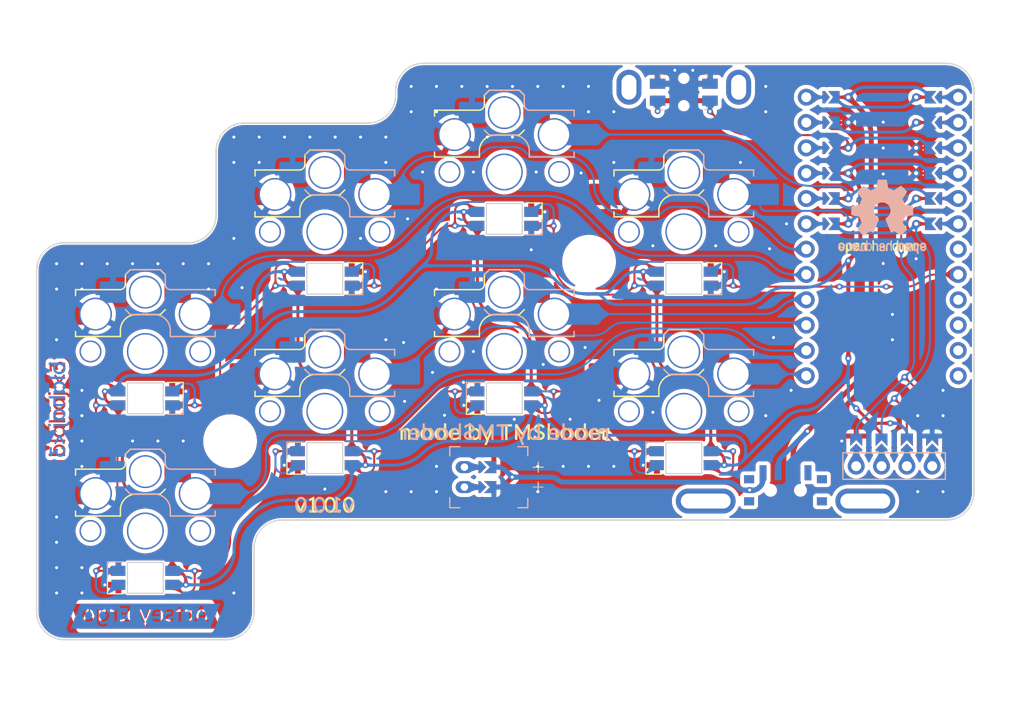
<source format=kicad_pcb>
(kicad_pcb (version 20240108) (generator "pcbnew") (generator_version "8.0")
  (title_block (title "Artsey Ergo") (date "2024-12-06") (rev "v1.0.0") (company "TMShader") (comment 9 "Artsey Ergo"))
  (layers (0 "F.Cu" signal) (31 "B.Cu" signal) (34 "B.Paste" user) (35 "F.Paste" user) (36 "B.SilkS" user "B.Silkscreen") (37 "F.SilkS" user "F.Silkscreen") (38 "B.Mask" user) (39 "F.Mask" user) (44 "Edge.Cuts" user))
  (net 0 "")
  (net 1 "GND")
  (net 2 "/Block Diagram/Display/SCL")
  (net 3 "/Block Diagram/Display/VCC")
  (net 4 "/Block Diagram/Display/SDA")
  (net 5 "/Block Diagram/MCU/K1")
  (net 6 "/Block Diagram/MCU/K2")
  (net 7 "/Block Diagram/MCU/K3")
  (net 8 "/Block Diagram/MCU/K4")
  (net 9 "/Block Diagram/MCU/K5")
  (net 10 "/Block Diagram/MCU/K6")
  (net 11 "/Block Diagram/MCU/K7")
  (net 12 "/Block Diagram/MCU/K8")
  (net 13 "Net-(L1-DIN)")
  (net 14 "Net-(L1-DOUT)")
  (net 15 "Net-(L2-DIN)")
  (net 16 "Net-(L3-DIN)")
  (net 17 "/Block Diagram/LEDs/DIN")
  (net 18 "Net-(L5-DOUT)")
  (net 19 "Net-(L6-DOUT)")
  (net 20 "Net-(L7-DOUT)")
  (net 21 "unconnected-(L8-DOUT-Pad1)")
  (net 23 "unconnected-(MCU1-TX0{slash}PD3-Pad1)")
  (net 24 "/Block Diagram/Battery/RAW")
  (net 25 "/Block Diagram/MCU/RESET")
  (net 28 "unconnected-(MCU1-RX1{slash}PD2-Pad2)")
  (net 32 "Net-(CN1-Pin_1)")
  (net 33 "unconnected-(DP1-Pad21)")
  (net 34 "unconnected-(DP1-Pad24)")
  (net 35 "unconnected-(DP1-Pad23)")
  (net 36 "unconnected-(DP1-Pad22)")
  (net 37 "unconnected-(CN1-Pad11)")
  (net 38 "unconnected-(CN1-Pad12)")
  (net 39 "unconnected-(MCU1-Pad120)")
  (net 40 "unconnected-(MCU1-Pad105)")
  (net 41 "unconnected-(MCU1-Pad102)")
  (net 42 "unconnected-(MCU1-Pad103)")
  (net 43 "unconnected-(MCU1-Pad101)")
  (net 44 "unconnected-(MCU1-Pad104)")
  (net 45 "unconnected-(MCU1-Pad121)")
  (net 46 "unconnected-(MCU1-Pad106)")
  (net 47 "unconnected-(MCU1-Pad122)")
  (net 48 "unconnected-(MCU1-Pad119)")
  (net 49 "unconnected-(MCU1-Pad123)")
  (net 50 "unconnected-(MCU1-Pad124)")
  (footprint "Artsey_Ergo:Artsey_Logo" (layer "F.Cu") (at 112.5 131.4)
    (property "Reference" "REF**" (hide yes))
    (property "Value" "Artsey_Logo" (hide yes))
  )
  (footprint "PCM_kikit:Tab" (layer "F.Cu") (at 186.3 121.9 90)
    (property "Reference" "REF**" (hide yes))
    (property "Value" "Tab")
  )
  (footprint "Artsey_Ergo:mounting_hole" (layer "F.Cu") (at 121 114)
    (property "Reference" "MH1" (hide yes))
    (property "Value" "Mounting Hole")
  )
  (footprint "Artsey_Ergo:Outline" (layer "F.Cu") (at 148.5 105)
    (property "Reference" "OL1" (hide yes))
    (property "Value" "Value" (hide yes))
    (fp_line (start -46.9 26.1) (end -46.9 -8.1) (stroke (width 0.15)) (layer "Edge.Cuts"))
    (fp_line (start -44.1 -10.9) (end -31.7 -10.9) (stroke (width 0.15)) (layer "Edge.Cuts"))
    (fp_line (start -44.1 28.9) (end -27.9 28.9) (stroke (width 0.15)) (layer "Edge.Cuts"))
    (fp_line (start -28.9 -13.7) (end -28.9 -20.1) (stroke (width 0.15)) (layer "Edge.Cuts"))
    (fp_line (start -26.1 -22.9) (end -13.7 -22.9) (stroke (width 0.15)) (layer "Edge.Cuts"))
    (fp_line (start -25.1 26.1) (end -25.1 19.7) (stroke (width 0.15)) (layer "Edge.Cuts"))
    (fp_line (start -10.9 -25.7) (end -10.9 -26.1) (stroke (width 0.15)) (layer "Edge.Cuts"))
    (fp_line (start -8.1 -28.9) (end 44.3 -28.9) (stroke (width 0.15)) (layer "Edge.Cuts"))
    (fp_line (start 44.3 16.9) (end -22.3 16.9) (stroke (width 0.15)) (layer "Edge.Cuts"))
    (fp_line (start 47.1 14.1) (end 47.1 -26.1) (stroke (width 0.15)) (layer "Edge.Cuts"))
    (fp_arc (start -46.9 -8.1) (mid -46.079899 -10.079899) (end -44.1 -10.9) (stroke (width 0.15)) (layer "Edge.Cuts"))
    (fp_arc (start -44.1 28.9) (mid -46.079899 28.079899) (end -46.9 26.1) (stroke (width 0.15)) (layer "Edge.Cuts"))
    (fp_arc (start -28.9 -20.1) (mid -28.079899 -22.079899) (end -26.1 -22.9) (stroke (width 0.15)) (layer "Edge.Cuts"))
    (fp_arc (start -28.9 -13.7) (mid -29.720101 -11.720101) (end -31.7 -10.9) (stroke (width 0.15)) (layer "Edge.Cuts"))
    (fp_arc (start -25.1 19.7) (mid -24.279899 17.720101) (end -22.3 16.9) (stroke (width 0.15)) (layer "Edge.Cuts"))
    (fp_arc (start -25.1 26.1) (mid -25.920101 28.079899) (end -27.9 28.9) (stroke (width 0.15)) (layer "Edge.Cuts"))
    (fp_arc (start -10.9 -26.1) (mid -10.079899 -28.079899) (end -8.1 -28.9) (stroke (width 0.15)) (layer "Edge.Cuts"))
    (fp_arc (start -10.9 -25.7) (mid -11.720101 -23.720101) (end -13.7 -22.9) (stroke (width 0.15)) (layer "Edge.Cuts"))
    (fp_arc (start 44.3 -28.9) (mid 46.279899 -28.079899) (end 47.1 -26.1) (stroke (width 0.15)) (layer "Edge.Cuts"))
    (fp_arc (start 47.1 14.1) (mid 46.279899 16.079899) (end 44.3 16.9) (stroke (width 0.15)) (layer "Edge.Cuts"))
  )
  (footprint "PCM_kikit:Tab" (layer "F.Cu") (at 148.5 121.9 90)
    (property "Reference" "REF**" (hide yes))
    (property "Value" "Tab")
  )
  (footprint "Artsey_Ergo:blahaj" (layer "F.Cu") (at 103.8 110.8 90)
    (property "Reference" "REF**" (hide yes))
    (property "Value" "blahaj" (hide yes))
  )
  (footprint "PCM_kikit:Tab" (layer "F.Cu") (at 112.5 133.9 90)
    (property "Reference" "REF**" (hide yes))
    (property "Value" "Tab")
  )
  (footprint "PCM_kikit:Tab" (layer "F.Cu") (at 148.5 76.1 -90)
    (property "Reference" "REF**" (hide yes))
    (property "Value" "Tab")
  )
  (footprint "Symbol:OSHW-Logo2_9.8x8mm_SilkScreen" (layer "F.Cu") (at 186.4 91.5)
    (property "Reference" "REF**" (hide yes))
    (property "Value" "OSHW-Logo2_9.8x8mm_SilkScreen" (hide yes))
  )
  (footprint "Artsey_Ergo:mounting_hole" (layer "F.Cu") (at 157 96)
    (property "Reference" "MH2" (hide yes))
    (property "Value" "Mounting Hole")
  )
  (footprint "Artsey_Ergo:mcu_nice_nano" (layer "F.Cu") (at 186.4 92.2)
    (property "Reference" "MCU1" (hide yes))
    (property "Value" "Pro Micro Compatible MCU")
  )
  (footprint "Artsey_Ergo:version" (layer "F.Cu") (at 130.5 120.5)
    (property "Reference" "REF**" (hide yes))
    (property "Value" "version" (hide yes))
  )
  (footprint "PCM_kikit:Tab" (layer "F.Cu") (at 186.3 76.1 -90)
    (property "Reference" "REF**" (hide yes))
    (property "Value" "Tab")
  )
  (footprint "Artsey_Ergo:display_ssd1306" (layer "F.Cu") (at 187.6 99.8)
    (property "Reference" "DP1" (hide yes))
    (property "Value" "128x32 monochrome OLED")
  )
  (footprint "PCM_kikit:Tab" (layer "F.Cu") (at 110.6 94.1 -90)
    (property "Reference" "REF**" (hide yes))
    (property "Value" "Tab")
  )
  (footprint "Artsey_Ergo:engineer" (layer "F.Cu") (at 148.5 113.2)
    (property "Reference" "REF**" (hide yes))
    (property "Value" "engineer" (hide yes))
  )
  (footprint "Artsey_Ergo:power_switch_smd_side" (layer "B.Cu") (at 176.7 118.9 -90)
    (property "Reference" "SW1" (hide yes))
    (property "Value" "Alps SSSS811101")
  )
  (footprint "Artsey_Ergo:switch_choc_v1_v2" (layer "B.Cu") (at 130.5 111)
    (property "Reference" "K6" (hide yes))
    (property "Value" "Kailh Choc Hotswap")
  )
  (footprint "Artsey_Ergo:switch_choc_v1_v2" (layer "B.Cu") (at 112.5 105)
    (property "Reference" "K1" (hide yes))
    (property "Value" "Kailh Choc Hotswap")
  )
  (footprint "Artsey_Ergo:led_SK6812mini-e (per-key, reversible)" (layer "B.Cu") (at 148.5 91.7 180)
    (property "Reference" "L3" (hide yes))
    (property "Value" "SK6812MINI-E")
    (fp_rect (start -1.8 -1.55) (end 1.8 1.55) (stroke (width 0.12)) (fill none) (layer "Edge.Cuts"))
  )
  (footprint "Artsey_Ergo:led_SK6812mini-e (per-key, reversible)" (layer "B.Cu") (at 130.5 115.7)
    (property "Reference" "L6" (hide yes))
    (property "Value" "SK6812MINI-E")
    (fp_rect (start -1.8 -1.55) (end 1.8 1.55) (stroke (width 0.12)) (fill none) (layer "Edge.Cuts"))
  )
  (footprint "Artsey_Ergo:switch_choc_v1_v2" (layer "B.Cu") (at 112.5 123)
    (property "Reference" "K5" (hide yes))
    (property "Value" "Kailh Choc Hotswap")
  )
  (footprint "Artsey_Ergo:led_SK6812mini-e (per-key, reversible)" (layer "B.Cu") (at 166.5 115.7)
    (property "Reference" "L8" (hide yes))
    (property "Value" "SK6812MINI-E")
    (fp_rect (start -1.8 -1.55) (end 1.8 1.55) (stroke (width 0.12)) (fill none) (layer "Edge.Cuts"))
  )
  (footprint "Artsey_Ergo:switch_choc_v1_v2" (layer "B.Cu") (at 130.5 93)
    (property "Reference" "K2" (hide yes))
    (property "Value" "Kailh Choc Hotswap")
  )
  (footprint "Artsey_Ergo:switch_choc_v1_v2" (layer "B.Cu") (at 148.5 105)
    (property "Reference" "K7" (hide yes))
    (property "Value" "Kailh Choc Hotswap")
  )
  (footprint "Artsey_Ergo:reset_switch_smd_side" (layer "B.Cu") (at 166.5 79)
    (property "Reference" "RS1" (hide yes))
    (property "Value" "EVQ-PUA02K")
  )
  (footprint "Symbol:OSHW-Logo2_9.8x8mm_SilkScreen" (layer "B.Cu") (at 186.4 91.5 180)
    (property "Reference" "REF**" (hide yes))
    (property "Value" "OSHW-Logo2_9.8x8mm_SilkScreen" (hide yes))
  )
  (footprint "Artsey_Ergo:led_SK6812mini-e (per-key, reversible)" (layer "B.Cu") (at 130.5 97.7 180)
    (property "Reference" "L2" (hide yes))
    (property "Value" "SK6812MINI-E")
    (fp_rect (start -1.8 -1.55) (end 1.8 1.55) (stroke (width 0.12)) (fill none) (layer "Edge.Cuts"))
  )
  (footprint "Artsey_Ergo:led_SK6812mini-e (per-key, reversible)" (layer "B.Cu") (at 112.5 127.7)
    (property "Reference" "L5" (hide yes))
    (property "Value" "SK6812MINI-E")
    (fp_rect (start -1.8 -1.55) (end 1.8 1.55) (stroke (width 0.12)) (fill none) (layer "Edge.Cuts"))
  )
  (footprint "Artsey_Ergo:switch_choc_v1_v2" (layer "B.Cu") (at 166.5 111)
    (property "Reference" "K8" (hide yes))
    (property "Value" "Kailh Choc Hotswap")
  )
  (footprint "Artsey_Ergo:led_SK6812mini-e (per-key, reversible)" (layer "B.Cu") (at 148.5 109.7)
    (property "Reference" "L7" (hide yes))
    (property "Value" "SK6812MINI-E")
    (fp_rect (start -1.8 -1.55) (end 1.8 1.55) (stroke (width 0.12)) (fill none) (layer "Edge.Cuts"))
  )
  (footprint "Artsey_Ergo:led_SK6812mini-e (per-key, reversible)" (layer "B.Cu") (at 166.5 97.7 180)
    (property "Reference" "L4" (hide yes))
    (property "Value" "SK6812MINI-E")
    (fp_rect (start -1.8 -1.55) (end 1.8 1.55) (stroke (width 0.12)) (fill none) (layer "Edge.Cuts"))
  )
  (footprint "Artsey_Ergo:switch_choc_v1_v2" (layer "B.Cu") (at 166.5 93)
    (property "Reference" "K4" (hide yes))
    (property "Value" "Kailh Choc Hotswap")
  )
  (footprint "Artsey_Ergo:switch_choc_v1_v2" (layer "B.Cu") (at 148.5 87)
    (property "Reference" "K3" (hide yes))
    (property "Value" "Kailh Choc Hotswap")
  )
  (footprint "Artsey_Ergo:led_SK6812mini-e (per-key, reversible)" (layer "B.Cu") (at 112.5 109.7 180)
    (property "Reference" "L1" (hide yes))
    (property "Value" "SK6812MINI-E")
    (fp_rect (start -1.8 -1.55) (end 1.8 1.55) (stroke (width 0.12)) (fill none) (layer "Edge.Cuts"))
  )
  (footprint "Artsey_Ergo:battery_connector_jst_ph_2" (layer "B.Cu") (at 144.5 117.6 90)
    (property "Reference" "CN1" (hide yes))
    (property "Value" "JST PH 2.0mm 1x2")
  )
  (segment (start 144.44 110.4) (end 145.8 110.4) (width 0.2) (layer "F.Cu") (net 1))
  (segment (start 191.175 87.12) (end 189.8 87.12) (width 0.3) (layer "F.Cu") (net 1))
  (segment (start 116.56 109) (end 115.2 109) (width 0.2) (layer "F.Cu") (net 1))
  (segment (start 126.44 116.4) (end 127.8 116.4) (width 0.2) (layer "F.Cu") (net 1))
  (segment (start 134.56 97) (end 133.2 97) (width 0.2) (layer "F.Cu") (net 1))
  (segment (start 170.56 97) (end 169.2 97) (width 0.2) (layer "F.Cu") (net 1))
  (segment (start 152.56 91) (end 151.2 91) (width 0.2) (layer "F.Cu") (net 1))
  (segment (start 108.44 128.4) (end 109.8 128.4) (width 0.2) (layer "F.Cu") (net 1))
  (segment (start 162.44 116.4) (end 163.8 116.4) (width 0.2) (layer "F.Cu") (net 1))
  (segment (start 181.625 82.04) (end 183 82.04) (width 0.3) (layer "F.Cu") (net 1))
  (segment (start 191.175 84.58) (end 189.8 84.58) (width 0.3) (layer "F.Cu") (net 1))
  (via (at 165.6 76.8) (size 0.6) (drill 0.3) (layers "F.Cu" "B.Cu") (net 1))
  (via (at 189.96 111.44) (size 0.6) (drill 0.3) (layers "F.Cu" "B.Cu") (net 1))
  (via (at 187.42 101.28) (size 0.6) (drill 0.3) (layers "F.Cu" "B.Cu") (net 1))
  (via (at 108.44 128.4) (size 0.6) (drill 0.3) (layers "F.Cu" "B.Cu") (net 1))
  (via (at 108.68 96.2) (size 0.6) (drill 0.3) (layers "F.Cu" "B.Cu") (net 1))
  (via (at 189.8 95.7) (size 0.6) (drill 0.3) (layers "F.Cu" "B.Cu") (net 1))
  (via (at 136.62 119.06) (size 0.6) (drill 0.3) (layers "F.Cu" "B.Cu") (net 1))
  (via (at 139.16 119.06) (size 0.6) (drill 0.3) (layers "F.Cu" "B.Cu") (net 1))
  (via (at 145.4 105) (size 0.6) (drill 0.3) (layers "F.Cu" "B.Cu") (net 1))
  (via (at 155.1 111.8) (size 0.6) (drill 0.3) (layers "F.Cu" "B.Cu") (net 1))
  (via (at 103.6 103.82) (size 0.6) (drill 0.3) (layers "F.Cu" "B.Cu") (net 1))
  (via (at 138.5 110) (size 0.6) (drill 0.3) (layers "F.Cu" "B.Cu") (net 1))
  (via (at 152.4 106.3) (size 0.6) (drill 0.3) (layers "F.Cu" "B.Cu") (net 1))
  (via (at 151.86 78.42) (size 0.6) (drill 0.3) (layers "F.Cu" "B.Cu") (net 1))
  (via (at 136.62 86.04) (size 0.6) (drill 0.3) (layers "F.Cu" "B.Cu") (net 1))
  (via (at 126.46 83.5) (size 0.6) (drill 0.3) (layers "F.Cu" "B.Cu") (net 1))
  (via (at 151.86 116.52) (size 0.6) (drill 0.3) (layers "F.Cu" "B.Cu") (net 1))
  (via (at 156.6 104.6) (size 0.6) (drill 0.3) (layers "F.Cu" "B.Cu") (net 1))
  (via (at 121.38 129.22) (size 0.6) (drill 0.3) (layers "F.Cu" "B.Cu") (net 1))
  (via (at 186.5 87.2) (size 0.6) (drill 0.3) (layers "F.Cu" "B.Cu") (net 1))
  (via (at 103.6 129.22) (size 0.6) (drill 0.3) (layers "F.Cu" "B.Cu") (net 1))
  (via (at 145.4 87) (size 0.6) (drill 0.3) (layers "F.Cu" "B.Cu") (net 1))
  (via (at 144.4 108.1) (size 0.6) (drill 0.3) (layers "F.Cu" "B.Cu") (net 1))
  (via (at 136.62 103.82) (size 0.6) (drill 0.3) (layers "F.Cu" "B.Cu") (net 1))
  (via (at 130.5 118.8) (size 0.6) (drill 0.3) (layers "F.Cu" "B.Cu") (net 1))
  (via (at 106.14 108.9) (size 0.6) (drill 0.3) (layers "F.Cu" "B.Cu") (net 1))
  (via (at 106.14 126.68) (size 0.6) (drill 0.3) (layers "F.Cu" "B.Cu") (net 1))
  (via (at 106.14 113.98) (size 0.6) (drill 0.3) (layers "F.Cu" "B.Cu") (net 1))
  (via (at 121.38 86.04) (size 0.6) (drill 0.3) (layers "F.Cu" "B.Cu") (net 1))
  (via (at 116.3 113.98) (size 0.6) (drill 0.3) (layers "F.Cu" "B.Cu") (net 1))
  (via (at 182.34 113.98) (size 0.6) (drill 0.3) (layers "F.Cu" "B.Cu") (net 1))
  (via (at 175.5 103.6) (size 0.6) (drill 0.3) (layers "F.Cu" "B.Cu") (net 1))
  (via (at 106.14 98.74) (size 0.6) (drill 0.3) (layers "F.Cu" "B.Cu") (net 1))
  (via (at 131.54 83.5) (size 0.6) (drill 0.3) (layers "F.Cu" "B.Cu") (net 1))
  (via (at 156.94 80.96) (size 0.6) (drill 0.3) (layers "F.Cu" "B.Cu") (net 1))
  (via (at 187.42 103.82) (size 0.6) (drill 0.3) (layers "F.Cu" "B.Cu") (net 1))
  (via (at 103.6 126.68) (size 0.6) (drill 0.3) (layers "F.Cu" "B.Cu") (net 1))
  (via (at 141.3 107.1) (size 0.6) (drill 0.3) (layers "F.Cu" "B.Cu") (net 1))
  (via (at 192.5 119.06) (size 0.6) (drill 0.3) (layers "F.Cu" "B.Cu") (net 1))
  (via (at 158 109.9) (size 0.6) (drill 0.3) (layers "F.Cu" "B.Cu") (net 1))
  (via (at 141.7 78.42) (size 0.6) (drill 0.3) (layers "F.Cu" "B.Cu") (net 1))
  (via (at 118.84 96.2) (size 0.6) (drill 0.3) (layers "F.Cu" "B.Cu") (net 1))
  (via (at 141.7 119.06) (size 0.6) (drill 0.3) (layers "F.Cu" "B.Cu") (net 1))
  (via (at 156.94 78.42) (size 0.6) (drill 0.3) (layers "F.Cu" "B.Cu") (net 1))
  (via (at 116.56 109) (size 0.6) (drill 0.3) (layers "F.Cu" "B.Cu") (net 1))
  (via (at 103.6 96.2) (size 0.6) (drill 0.3) (layers "F.Cu" "B.Cu") (net 1))
  (via (at 103.6 124.14) (size 0.6) (drill 0.3) (layers "F.Cu" "B.Cu") (net 1))
  (via (at 159.48 86.04) (size 0.6) (drill 0.3) (layers "F.Cu" "B.Cu") (net 1))
  (via (at 172.18 86.04) (size 0.6) (drill 0.3) (layers "F.Cu" "B.Cu") (net 1))
  (via (at 103.6 121.6) (size 0.6) (drill 0.3) (layers "F.Cu" "B.Cu") (net 1))
  (via (at 129 83.5) (size 0.6) (drill 0.3) (layers "F.Cu" "B.Cu") (net 1))
  (via (at 144.44 110.4) (size 0.6) (drill 0.3) (layers "F.Cu" "B.Cu") (net 1))
  (via (at 186.5 96.18) (size 0.6) (drill 0.3) (layers "F.Cu" "B.Cu") (net 1))
  (via (at 116.3 96.2) (size 0.6) (drill 0.3) (layers "F.Cu" "B.Cu") (net 1))
  (via (at 174.72 111.44) (size 0.6) (drill 0.3) (layers "F.Cu" "B.Cu") (net 1))
  (via (at 154.4 78.42) (size 0.6) (drill 0.3) (layers "F.Cu" "B.Cu") (net 1))
  (via (at 122.2 98.6) (size 0.6) (drill 0.3) (layers "F.Cu" "B.Cu") (net 1))
  (via (at 126.44 116.4) (size 0.6) (drill 0.3) (layers "F.Cu" "B.Cu") (net 1))
  (via (at 141.7 98.74) (size 0.6) (drill 0.3) (layers "F.Cu" "B.Cu") (net 1))
  (via (at 106.14 116.52) (size 0.6) (drill 0.3) (layers "F.Cu" "B.Cu") (net 1))
  (via (at 167.4 76.8) (size 0.6) (drill 0.3) (layers "F.Cu" "B.Cu") (net 1))
  (via (at 138.4 104.1) (size 0.6) (drill 0.3) (layers "F.Cu" "B.Cu") (net 1))
  (via (at 163.4 94.4) (size 0.6) (drill 0.3) (layers "F.Cu" "B.Cu") (net 1))
  (via (at 113.76 96.2) (size 0.6) (drill 0.3) (layers "F.Cu" "B.Cu") (net 1))
  (via (at 121.38 83.5) (size 0.6) (drill 0.3) (layers "F.Cu" "B.Cu") (net 1))
  (via (at 169.7 94.4) (size 0.6) (drill 0.3) (layers "F.Cu" "B.Cu") (net 1))
  (via (at 106.14 111.44) (size 0.6) (drill 0.3) (layers "F.Cu" "B.Cu") (net 1))
  (via (at 174.72 80.96) (size 0.6) (drill 0.3) (layers "F.Cu" "B.Cu") (net 1))
  (via (at 144.24 78.42) (size 0.6) (drill 0.3) (layers "F.Cu" "B.Cu") (net 1))
  (via (at 149.32 78.42) (size 0.6) (drill 0.3) (layers "F.Cu" "B.Cu") (net 1))
  (via (at 111.22 96.2) (size 0.6) (drill 0.3) (layers "F.Cu" "B.Cu") (net 1))
  (via (at 151.7 87) (size 0.6) (drill 0.3) (layers "F.Cu" "B.Cu") (net 1))
  (via (at 174.72 78.42) (size 0.6) (drill 0.3) (layers "F.Cu" "B.Cu") (net 1))
  (via (at 177.26 108.9) (size 0.6) (drill 0.3) (layers "F.Cu" "B.Cu") (net 1))
  (via (at 134.08 93.66) (size 0.6) (drill 0.3) (layers "F.Cu" "B.Cu") (net 1))
  (via (at 159.48 116.52) (size 0.6) (drill 0.3) (layers "F.Cu" "B.Cu") (net 1))
  (via (at 123.92 86.04) (size 0.6) (drill 0.3) (layers "F.Cu" "B.Cu") (net 1))
  (via (at 138.8 91.7) (size 0.6) (drill 0.3) (layers "F.Cu" "B.Cu") (net 1))
  (via (at 140.3 87) (size 0.6) (drill 0.3) (layers "F.Cu" "B.Cu") (net 1))
  (via (at 146.78 83.5) (size 0.6) (drill 0.3) (layers "F.Cu" "B.Cu") (net 1))
  (via (at 141.7 80.96) (size 0.6) (drill 0.3) (layers "F.Cu" "B.Cu") (net 1))
  (via (at 154.4 116.52) (size 0.6) (drill 0.3) (layers "F.Cu" "B.Cu") (net 1))
  (via (at 146.78 78.42) (size 0.6) (drill 0.3) (layers "F.Cu" "B.Cu") (net 1))
  (via (at 192.5 108.9) (size 0.6) (drill 0.3) (layers "F.Cu" "B.Cu") (net 1))
  (via (at 103.6 98.74) (size 0.6) (drill 0.3) (layers "F.Cu" "B.Cu") (net 1))
  (via (at 175.1 94.7) (size 0.6) (drill 0.3) (layers "F.Cu" "B.Cu") (net 1))
  (via (at 139.16 78.42) (size 0.6) (drill 0.3) (layers "F.Cu" "B.Cu") (net 1))
  (via (at 123.92 83.5) (size 0.6) (drill 0.3) (layers "F.Cu" "B.Cu") (net 1))
  (via (at 156.2 87.1) (size 0.6) (drill 0.3) (layers "F.Cu" "B.Cu") (net 1))
  (via (at 152.56 91) (size 0.6) (drill 0.3) (layers "F.Cu" "B.Cu") (net 1))
  (via (at 118.84 98.74) (size 0.6) (drill 0.3) (layers "F.Cu" "B.Cu") (net 1))
  (via (at 186.5 84.6) (size 0.6) (drill 0.3) (layers "F.Cu" "B.Cu") (net 1))
  (via (at 156.94 116.52) (size 0.6) (drill 0.3) (layers "F.Cu" "B.Cu") (net 1))
  (via (at 162.44 116.4) (size 0.6) (drill 0.3) (layers "F.Cu" "B.Cu") (net 1))
  (via (at 151.2 94.8) (size 0.6) (drill 0.3) (layers "F.Cu" "B.Cu") (net 1))
  (via (at 189.96 119.06) (size 0.6) (drill 0.3) (layers "F.Cu" "B.Cu") (net 1))
  (via (at 136.62 83.5) (size 0.6) (drill 0.3) (layers "F.Cu" "B.Cu") (net 1))
  (via (at 151.86 119.06) (size 0.6) (drill 0.3) (layers "F.Cu" "B.Cu") (net 1))
  (via (at 159.48 80.96) (size 0.6) (drill 0.3) (layers "F.Cu" "B.Cu") (net 1))
  (via (at 139.16 80.96) (size 0.6) (drill 0.3) (layers "F.Cu" "B.Cu") (net 1))
  (via (at 141.7 116.52) (size 0.6) (drill 0.3) (layers "F.Cu" "B.Cu") (net 1))
  (via (at 149.5 111.8) (size 0.6) (drill 0.3) (layers "F.Cu" "B.Cu") (net 1))
  (via (at 113.76 113.98) (size 0.6) (drill 0.3) (layers "F.Cu" "B.Cu") (net 1))
  (via (at 176.8 92.2) (size 0.6) (drill 0.3) (layers "F.Cu" "B.Cu") (net 1))
  (via (at 186.5 82) (size 0.6) (drill 0.3) (layers "F.Cu" "B.Cu") (net 1))
  (via (at 111.22 113.98) (size 0.6) (drill 0.3) (layers "F.Cu" "B.Cu") (net 1))
  (via (at 170.56 97) (size 0.6) (drill 0.3) (layers "F.Cu" "B.Cu") (net 1))
  (via (at 106.14 129.22) (size 0.6) (drill 0.3) (layers "F.Cu" "B.Cu") (net 1))
  (via (at 134.56 97) (size 0.6) (drill 0.3) (layers "F.Cu" "B.Cu") (net 1))
  (via (at 142.5 111.4) (size 0.6) (drill 0.3) (layers "F.Cu" "B.Cu") (net 1))
  (via (at 121.38 93.66) (size 0.6) (drill 0.3) (layers "F.Cu" "B.Cu") (net 1))
  (via (at 163.4 111.1) (size 0.6) (drill 0.3) (layers "F.Cu" "B.Cu") (net 1))
  (via (at 134.08 83.5) (size 0.6) (drill 0.3) (layers "F.Cu" "B.Cu") (net 1))
  (via (at 149.32 83.5) (size 0.6) (drill 0.3) (layers "F.Cu" "B.Cu") (net 1))
  (via (at 106.14 96.2) (size 0.6) (drill 0.3) (layers "F.Cu" "B.Cu") (net 1))
  (via (at 192.5 111.44) (size 0.6) (drill 0.3) (layers "F.Cu" "B.Cu") (net 1))
  (segment (start 189.535319 81.1) (end 184.60468 81.1) (width 0.3) (layer "B.Cu") (net 1))
  (segment (start 152.160136 92.165843) (end 152.260502 92.075501) (width 0.2) (layer "B.Cu") (net 1))
  (segment (start 144.44 109.997042) (end 144.44 110.4) (width 0.2) (layer "B.Cu") (net 1))
  (segment (start 134.56 97.402958) (end 134.56 97) (width 0.2) (layer "B.Cu") (net 1))
  (segment (start 182.085 85.04) (end 181.625 84.58) (width 0.3) (layer "B.Cu") (net 1))
  (segment (start 162.739497 115.324498) (end 162.839863 115.234155) (width 0.2) (layer "B.Cu") (net 1))
  (segment (start 108.44 128.4) (end 108.44 127.997042) (width 0.2) (layer "B.Cu") (net 1))
  (segment (start 151.55 92.4) (end 151.2 92.4) (width 0.2) (layer "B.Cu") (net 1))
  (segment (start 108.739497 127.324498) (end 108.839863 127.234155) (width 0.2) (layer "B.Cu") (net 1))
  (segment (start 170.260502 98.075501) (end 170.160136 98.165843) (width 0.2) (layer "B.Cu") (net 1))
  (segment (start 182.115 87.61) (end 181.625 87.12) (width 0.3) (layer "B.Cu") (net 1))
  (segment (start 134.160136 98.165844) (end 134.260502 98.075501) (width 0.2) (layer "B.Cu") (net 1))
  (segment (start 116.260502 110.075501) (end 116.160136 110.165843) (width 0.2) (layer "B.Cu") (net 1))
  (segment (start 126.44 115.997042) (end 126.44 116.4) (width 0.2) (layer "B.Cu") (net 1))
  (segment (start 127.45 115) (end 127.8 115) (width 0.2) (layer "B.Cu") (net 1))
  (segment (start 169.55 98.4) (end 169.2 98.4) (width 0.2) (layer "B.Cu") (net 1))
  (segment (start 126.739496 115.324497) (end 126.839863 115.234155) (width 0.2) (layer "B.Cu") (net 1))
  (segment (start 183.47 81.57) (end 183 82.04) (width 0.3) (layer "B.Cu") (net 1))
  (segment (start 115.55 110.4) (end 115.2 110.4) (width 0.2) (layer "B.Cu") (net 1))
  (segment (start 189.34 85.04) (end 189.8 84.58) (width 0.3) (layer "B.Cu") (net 1))
  (segment (start 189.31 87.61) (end 189.8 87.12) (width 0.3) (layer "B.Cu") (net 1))
  (segment (start 191.1575 82.04) (end 191.175 82.04) (width 0.3) (layer "B.Cu") (net 1))
  (segment (start 133.55 98.4) (end 133.2 98.4) (width 0.2) (layer "B.Cu") (net 1))
  (segment (start 116.56 109) (end 116.56 109.402958) (width 0.2) (layer "B.Cu") (net 1))
  (segment (start 144.739496 109.324497) (end 144.839863 109.234155) (width 0.2) (layer "B.Cu") (net 1))
  (segment (start 145.45 109) (end 145.8 109) (width 0.2) (layer "B.Cu") (net 1))
  (segment (start 188.127035 88.1) (end 183.297964 88.1) (width 0.3) (layer "B.Cu") (net 1))
  (segment (start 163.45 115) (end 163.8 115) (width 0.2) (layer "B.Cu") (net 1))
  (segment (start 162.44 116.4) (end 162.44 115.997042) (width 0.2) (layer "B.Cu") (net 1))
  (segment (start 109.45 127) (end 109.8 127) (width 0.2) (layer "B.Cu") (net 1))
  (segment (start 188.229461 85.5) (end 183.195538 85.5) (width 0.3) (layer "B.Cu") (net 1))
  (segment (start 191.127625 82.027625) (end 190.67 81.57) (width 0.3) (layer "B.Cu") (net 1))
  (segment (start 170.56 97) (end 170.56 97.402958) (width 0.2) (layer "B.Cu") (net 1))
  (segment (start 152.56 91) (end 152.56 91.402958) (width 0.2) (layer "B.Cu") (net 1))
  (arc (start 108.739497 127.324498) (mid 108.518258 127.628934) (end 108.44 127.997042) (width 0.2) (layer "B.Cu") (net 1))
  (arc (start 191.127625 82.027625) (mid 191.141331 82.036783) (end 191.1575 82.04) (width 0.3) (layer "B.Cu") (net 1))
  (arc (start 116.160136 110.165843) (mid 115.876762 110.33945) (end 115.55 110.4) (width 0.2) (layer "B.Cu") (net 1))
  (arc (start 188.229461 85.5) (mid 188.83048 85.380449) (end 189.34 85.04) (width 0.3) (layer "B.Cu") (net 1))
  (arc (start 144.739496 109.324497) (mid 144.518258 109.628933) (end 144.44 109.997042) (width 0.2) (layer "B.Cu") (net 1))
  (arc (start 127.45 115) (mid 127.123237 115.060548) (end 126.839863 115.234155) (width 0.2) (layer "B.Cu") (net 1))
  (arc (start 134.56 97.402958) (mid 134.481741 97.771065) (end 134.260502 98.075501) (width 0.2) (layer "B.Cu") (net 1))
  (arc (start 189.31 87.61) (mid 188.767251 87.972653) (end 188.127035 88.1) (width 0.3) (layer "B.Cu") (net 1))
  (arc (start 170.160136 98.165843) (mid 169.876762 98.33945) (end 169.55 98.4) (width 0.2) (layer "B.Cu") (net 1))
  (arc (start 152.160136 92.165843) (mid 151.876762 92.33945) (end 151.55 92.4) (width 0.2) (layer "B.Cu") (net 1))
  (arc (start 109.45 127) (mid 109.123237 127.060548) (end 108.839863 127.234155) (width 0.2) (layer "B.Cu") (net 1))
  (arc (start 133.55 98.4) (mid 133.876762 98.339451) (end 134.160136 98.165844) (width 0.2) (layer "B.Cu") (net 1))
  (arc (start 183.297964 88.1) (mid 182.657748 87.972653) (end 182.115 87.61) (width 0.3) (layer "B.Cu") (net 1))
  (arc (start 145.45 109) (mid 145.123237 109.060548) (end 144.839863 109.234155) (width 0.2) (layer "B.Cu") (net 1))
  (arc (start 126.739496 115.324497) (mid 126.518258 115.628933) (end 126.44 115.997042) (width 0.2) (layer "B.Cu") (net 1))
  (arc (start 190.67 81.57) (mid 190.149404 81.222149) (end 189.535319 81.1) (width 0.3) (layer "B.Cu") (net 1))
  (arc (start 116.260502 110.075501) (mid 116.481741 109.771065) (end 116.56 109.402958) (width 0.2) (layer "B.Cu") (net 1))
  (arc (start 162.739497 115.324498) (mid 162.518258 115.628934) (end 162.44 115.997042) (width 0.2) (layer "B.Cu") (net 1))
  (arc (start 163.45 115) (mid 163.123237 115.060548) (end 162.839863 115.234155) (width 0.2) (layer "B.Cu") (net 1))
  (arc (start 170.260502 98.075501) (mid 170.481741 97.771065) (end 170.56 97.402958) (width 0.2) (layer "B.Cu") (net 1))
  (arc (start 152.56 91.402958) (mid 152.481741 91.771065) (end 152.260502 92.075501) (width 0.2) (layer "B.Cu") (net 1))
  (arc (start 182.085 85.04) (mid 182.594519 85.380449) (end 183.195538 85.5) (width 0.3) (layer "B.Cu") (net 1))
  (arc (start 183.47 81.57) (mid 183.990595 81.222149) (end 184.60468 81.1) (width 0.3) (layer "B.Cu") (net 1))
  (segment (start 187.601047 109.704015) (end 188.333898 110.436866) (width 0.2) (layer "F.Cu") (net 2))
  (segment (start 187.599999 109.701483) (end 187.601047 109.704015) (width 0.2) (layer "F.Cu") (net 2))
  (segment (start 187.599999 109.7) (end 187.599999 109.701483) (width 0.2) (layer "F.Cu") (net 2))
  (segment (start 191.18 92.2) (end 189.805 92.2) (width 0.3) (layer "F.Cu") (net 2))
  (segment (start 188.867063 113.480663) (end 188.87 113.4836) (width 0.2) (layer "F.Cu") (net 2))
  (segment (start 188.867063 111.711837) (end 188.867063 113.480663) (width 0.2) (layer "F.Cu") (net 2))
  (via (at 187.599999 109.7) (size 0.6) (drill 0.3) (layers "F.Cu" "B.Cu") (net 2))
  (arc (start 188.333898 110.436866) (mid 188.702273 111.031525) (end 188.867063 111.711837) (width 0.2) (layer "F.Cu") (net 2))
  (segment (start 181.637746 92.207746) (end 181.830091 92.400091) (width 0.3) (layer "B.Cu") (net 2))
  (segment (start 189.586207 107.713792) (end 187.6 109.7) (width 0.2) (layer "B.Cu") (net 2))
  (segment (start 189.805 92.8525) (end 189.805 92.2) (width 0.2) (layer "B.Cu") (net 2))
  (segment (start 182.27209 92.820179) (end 181.659657 92.207746) (width 0.3) (layer "B.Cu") (net 2))
  (segment (start 190.266387 93.966387) (end 190.4925 94.1925) (width 0.2) (layer "B.Cu") (net 2))
  (segment (start 187.599999 109.7) (end 187.348233 109.951766) (width 0.2) (layer "B.Cu") (net 2))
  (segment (start 189.355 92.65) (end 189.805 92.2) (width 0.3) (layer "B.Cu") (net 2))
  (segment (start 191.18 95.852271) (end 191.18 103.866036) (width 0.2) (layer "B.Cu") (net 2))
  (segment (start 183.166396 93.1) (end 188.268603 93.1) (width 0.3) (layer "B.Cu") (net 2))
  (segment (start 187.599999 109.7) (end 187.6 109.7) (width 0.2) (layer "B.Cu") (net 2))
  (segment (start 186.33 112.41) (end 186.33 113.4836) (width 0.2) (layer "B.Cu") (net 2))
  (arc (start 183.166396 93.1) (mid 182.697833 93.029346) (end 182.27209 92.820179) (width 0.3) (layer "B.Cu") (net 2))
  (arc (start 188.268603 93.1) (mid 188.856556 92.983048) (end 189.355 92.65) (width 0.3) (layer "B.Cu") (net 2))
  (arc (start 189.805 92.8525) (mid 189.92491 93.455331) (end 190.266387 93.966387) (width 0.2) (layer "B.Cu") (net 2))
  (arc (start 189.586207 107.713792) (mid 190.765786 105.948426) (end 191.18 103.866036) (width 0.2) (layer "B.Cu") (net 2))
  (arc (start 190.4925 94.1925) (mid 191.001324 94.954009) (end 191.18 95.852271) (width 0.2) (layer "B.Cu") (net 2))
  (arc (start 187.348233 109.951766) (mid 186.59463 111.079613) (end 186.33 112.41) (width 0.2) (layer "B.Cu") (net 2))
  (arc (start 181.640955 92.2) (mid 181.636762 92.202801) (end 181.637746 92.207746) (width 0.3) (layer "B.Cu") (net 2))
  (arc (start 181.659657 92.207746) (mid 181.651076 92.202013) (end 181.640955 92.2) (width 0.3) (layer "B.Cu") (net 2))
  (segment (start 112.76066 119.9) (end 112.980761 119.9) (width 0.3) (layer "F.Cu") (net 3))
  (segment (start 146.65 100.95) (end 146.792893 101.092893) (width 0.3) (layer "F.Cu") (net 3))
  (segment (start 164.8 107.1) (end 165.092893 107.392893) (width 0.3) (layer "F.Cu") (net 3))
  (segment (start 145.8 98.897918) (end 145.8 92.75) (width 0.3) (layer "F.Cu") (net 3))
  (segment (start 110.2 117.339339) (end 110.2 112.982842) (width 0.3) (layer "F.Cu") (net 3))
  (segment (start 184.2 93.851471) (end 184.2 89.168528) (width 0.4) (layer "F.Cu") (net 3))
  (segment (start 169.2 114.65) (end 169.2 110.489949) (width 0.3) (layer "F.Cu") (net 3))
  (segment (start 183 87.12) (end 181.625 87.12) (width 0.3) (layer "F.Cu") (net 3))
  (segment (start 186.33 113.3568) (end 186.33 113.4836) (width 0.3) (layer "F.Cu") (net 3))
  (segment (start 185.815 112.715) (end 184.785 111.685) (width 0.3) (layer "F.Cu") (net 3))
  (segment (start 170.56 115.997042) (end 170.56 116.4) (width 0.3) (layer "F.Cu") (net 3))
  (segment (start 133.2 110.46066) (end 133.2 114.65) (width 0.3) (layer "F.Cu") (net 3))
  (segment (start 186.028319 112.2) (end 187.2 112.2) (width 0.3) (layer "F.Cu") (net 3))
  (segment (start 166.8 108.1) (end 166.81005 108.1) (width 0.3) (layer "F.Cu") (net 3))
  (segment (start 115.2 122.119238) (end 115.2 126.65) (width 0.3) (layer "F.Cu") (net 3))
  (segment (start 170.160136 115.234155) (end 170.260502 115.324498) (width 0.3) (layer "F.Cu") (net 3))
  (segment (start 108.739497 110.075501) (end 108.839863 110.165843) (width 0.3) (layer "F.Cu") (net 3))
  (segment (start 116.56 127.997042) (end 116.56 128.4) (width 0.3) (layer "F.Cu") (net 3))
  (segment (start 152.56 109.997042) (end 152.56 110.4) (width 0.3) (layer "F.Cu") (net 3))
  (segment (start 150.35 102.65) (end 150.207106 102.507106) (width 0.3) (layer "F.Cu") (net 3))
  (segment (start 126.44 97) (end 126.44 97.402958) (width 0.3) (layer "F.Cu") (net 3))
  (segment (start 183.6 87.72) (end 183 87.12) (width 0.4) (layer "F.Cu") (net 3))
  (segment (start 162.739497 98.075501) (end 162.839863 98.165843) (width 0.3) (layer "F.Cu") (net 3))
  (segment (start 116.260502 127.324498) (end 116.160136 127.234155) (width 0.3) (layer "F.Cu") (net 3))
  (segment (start 126.839863 98.165843) (end 126.739497 98.075501) (width 0.3) (layer "F.Cu") (net 3))
  (segment (start 144.44 91) (end 144.44 91.402958) (width 0.3) (layer "F.Cu") (net 3))
  (segment (start 183.6 95.3) (end 183 95.9) (width 0.4) (layer "F.Cu") (net 3))
  (segment (start 144.839863 92.165844) (end 144.739497 92.075501) (width 0.3) (layer "F.Cu") (net 3))
  (segment (start 134.260502 115.324498) (end 134.160136 115.234155) (width 0.3) (layer "F.Cu") (net 3))
  (segment (start 162.44 97.402958) (end 162.44 97) (width 0.3) (layer "F.Cu") (net 3))
  (segment (start 151.2 104.702081) (end 151.2 108.65) (width 0.3) (layer "F.Cu") (net 3))
  (segment (start 127.8 105.168629) (end 127.8 98.75) (width 0.3) (layer "F.Cu") (net 3))
  (segment (start 183 95.9) (end 183 105.7) (width 0.4) (layer "F.Cu") (net 3))
  (segment (start 186.240338 113.140338) (end 185.815 112.715) (width 0.3) (layer "F.Cu") (net 3))
  (segment (start 108.44 109.402958) (end 108.44 109) (width 0.3) (layer "F.Cu") (net 3))
  (segment (start 183.8 110.7) (end 184.785 111.685) (width 0.3) (layer "F.Cu") (net 3))
  (segment (start 109.8 112.017157) (end 109.8 110.75) (width 0.3) (layer "F.Cu") (net 3))
  (segment (start 134.56 115.997042) (end 134.56 116.4) (width 0.3) (layer "F.Cu") (net 3))
  (segment (start 163.8 104.685786) (end 163.8 98.75) (width 0.3) (layer "F.Cu") (net 3))
  (segment (start 152.260502 109.324498) (end 152.160136 109.234155) (width 0.3) (layer "F.Cu") (net 3))
  (segment (start 130.53137 107.9) (end 130.639339 107.9) (width 0.3) (layer "F.Cu") (net 3))
  (via (at 152.56 110.4) (size 0.6) (drill 0.3) (layers "F.Cu" "B.Cu") (net 3))
  (via (at 183 105.7) (size 0.6) (drill 0.3) (layers "F.Cu" "B.Cu") (net 3))
  (via (at 183.8 110.7) (size 0.6) (drill 0.3) (layers "F.Cu" "B.Cu") (net 3))
  (via (at 183 95.9) (size 0.6) (drill 0.3) (layers "F.Cu" "B.Cu") (net 3))
  (via (at 170.56 116.4) (size 0.6) (drill 0.3) (layers "F.Cu" "B.Cu") (net 3))
  (via (at 162.44 97) (size 0.6) (drill 0.3) (layers "F.Cu" "B.Cu") (net 3))
  (via (at 144.44 91) (size 0.6) (drill 0.3) (layers "F.Cu" "B.Cu") (net 3))
  (via (at 187.2 112.2) (size 0.6) (drill 0.3) (layers "F.Cu" "B.Cu") (net 3))
  (via (at 108.44 109) (size 0.6) (drill 0.3) (layers "F.Cu" "B.Cu") (net 3))
  (via (at 116.56 128.4) (size 0.6) (drill 0.3) (layers "F.Cu" "B.Cu") (net 3))
  (via (at 134.56 116.4) (size 0.6) (drill 0.3) (layers "F.Cu" "B.Cu") (net 3))
  (via (at 126.44 97) (size 0.6) (drill 0.3) (layers "F.Cu" "B.Cu") (net 3))
  (arc (start 127.8 105.168629) (mid 128.007913 106.213879) (end 128.6 107.1) (width 0.3) (layer "F.Cu") (net 3))
  (arc (start 150.35 102.65) (mid 150.979092 103.591502) (end 151.2 104.702081) (width 0.3) (layer "F.Cu") (net 3))
  (arc (start 115.2 122.119238) (mid 115.03107 121.269972) (end 114.55 120.55) (width 0.3) (layer "F.Cu") (net 3))
  (arc (start 169.55 115) (mid 169.302512 114.897487) (end 169.2 114.65) (width 0.3) (layer "F.Cu") (net 3))
  (arc (start 163.45 98.4) (mid 163.123237 98.33945) (end 162.839863 98.165843) (width 0.3) (layer "F.Cu") (net 3))
  (arc (start 116.160136 127.234155) (mid 115.876762 127.060548) (end 115.55 127) (width 0.3) (layer "F.Cu") (net 3))
  (arc (start 115.2 126.65) (mid 115.302512 126.897487) (end 115.55 127) (width 0.3) (layer "F.Cu") (net 3))
  (arc (start 114.55 120.55) (mid 113.830027 120.068929) (end 112.980761 119.9) (width 0.3) (layer "F.Cu") (net 3))
  (arc (start 166.81005 108.1) (mid 167.724644 108.281924) (end 168.5 108.8) (width 0.3) (layer "F.Cu") (net 3))
  (arc (start 163.45 98.4) (mid 163.697487 98.502512) (end 163.8 98.75) (width 0.3) (layer "F.Cu") (net 3))
  (arc (start 109.45 110.4) (mid 109.123237 110.33945) (end 108.839863 110.165843) (width 0.3) (layer "F.Cu") (net 3))
  (arc (start 133.55 115) (mid 133.302512 114.897487) (end 133.2 114.65) (width 0.3) (layer "F.Cu") (net 3))
  (arc (start 144.839863 92.165844) (mid 145.123237 92.339451) (end 145.45 92.4) (width 0.3) (layer "F.Cu") (net 3))
  (arc (start 144.44 91.402958) (mid 144.518258 91.771065) (end 144.739497 92.075501) (width 0.3) (layer "F.Cu") (net 3))
  (arc (start 126.739497 98.075501) (mid 126.518258 97.771065) (end 126.44 97.402958) (width 0.3) (layer "F.Cu") (net 3))
  (arc (start 133.2 110.46066) (mid 133.005081 109.480737) (end 132.45 108.65) (width 0.3) (layer "F.Cu") (net 3))
  (arc (start 110 112.5) (mid 109.851978 112.278469) (end 109.8 112.017157) (width 0.3) (layer "F.Cu") (net 3))
  (arc (start 169.2 110.489949) (mid 169.018075 109.575355) (end 168.5 108.8) (width 0.3) (layer "F.Cu") (net 3))
  (arc (start 151.55 109) (mid 151.302512 108.897487) (end 151.2 108.65) (width 0.3) (layer "F.Cu") (net 3))
  (arc (start 170.56 115.997042) (mid 170.481741 115.628934) (end 170.260502 115.324498) (width 0.3) (layer "F.Cu") (net 3))
  (arc (start 110.2 117.339339) (mid 110.394918 118.319261) (end 110.95 119.15) (width 0.3) (layer "F.Cu") (net 3))
  (arc (start 163.8 104.685786) (mid 164.059891 105.992349) (end 164.8 107.1) (width 0.3) (layer "F.Cu") (net 3))
  (arc (start 132.45 108.65) (mid 131.619261 108.094918) (end 130.639339 107.9) (width 0.3) (layer "F.Cu") (net 3))
  (arc (start 127.8 98.75) (mid 127.697487 98.502512) (end 127.45 98.4) (width 0.3) (layer "F.Cu") (net 3))
  (arc (start 148.5 101.8) (mid 147.57612 101.616228) (end 146.792893 101.092893) (width 0.3) (layer "F.Cu") (net 3))
  (arc (start 162.44 97.402958) (mid 162.518258 97.771065) (end 162.739497 98.075501) (width 0.3) (layer "F.Cu") (net 3))
  (arc (start 108.44 109.402958) (mid 108.518258 109.771065) (end 108.739497 110.075501) (width 0.3) (layer "F.Cu") (net 3))
  (arc (start 110.95 119.15) (mid 111.780737 119.705081) (end 112.76066 119.9) (width 0.3) (layer "F.Cu") (net 3))
  (arc (start 134.260502 115.324498) (mid 134.481741 115.628934) (end 134.56 115.997042) (width 0.3) (layer "F.Cu") (net 3))
  (arc (start 151.55 109) (mid 151.876762 109.060548) (end 152.160136 109.234155) (width 0.3) (layer "F.Cu") (net 3))
  (arc (start 148.5 101.8) (mid 149.423879 101.98377) (end 150.207106 102.507106) (width 0.3) (layer "F.Cu") (net 3))
  (arc (start 133.55 115) (mid 133.876762 115.060548) (end 134.160136 115.234155) (width 0.3) (layer "F.Cu") (net 3))
  (arc (start 126.839863 98.165843) (mid 127.123237 98.33945) (end 127.45 98.4) (width 0.3) (layer "F.Cu") (net 3))
  (arc (start 186.240338 113.140338) (mid 186.306697 113.239651) (end 186.33 113.3568) (width 0.3) (layer "F.Cu") (net 3))
  (arc (start 130.53137 107.9) (mid 129.48612 107.692086) (end 128.6 107.1) (width 0.3) (layer "F.Cu") (net 3))
  (arc (start 152.260502 109.324498) (mid 152.481741 109.628934) (end 152.56 109.997042) (width 0.3) (layer "F.Cu") (net 3))
  (arc (start 186.028319 112.2) (mid 185.355439 112.066155) (end 184.785 111.685) (width 0.3) (layer "F.Cu") (net 3))
  (arc (start 145.8 92.75) (mid 145.697487 92.502512) (end 145.45 92.4) (width 0.3) (layer "F.Cu") (net 3))
  (arc (start 169.55 115) (mid 169.876762 115.060548) (end 170.160136 115.234155) (width 0.3) (layer "F.Cu") (net 3))
  (arc (start 146.65 100.95) (mid 146.020907 100.008496) (end 145.8 98.897918) (width 0.3) (layer "F.Cu") (net 3))
  (arc (start 116.56 127.997042) (mid 116.481741 127.628934) (end 116.260502 127.324498) (width 0.3) (layer "F.Cu") (net 3))
  (arc (start 183.6 87.72) (mid 184.044065 88.38459) (end 184.2 89.168528) (width 0.4) (layer "F.Cu") (net 3))
  (arc (start 110 112.5) (mid 110.148021 112.721529) (end 110.2 112.982842) (width 0.3) (layer "F.Cu") (net 3))
  (arc (start 109.45 110.4) (mid 109.697487 110.502512) (end 109.8 110.75) (width 0.3) (layer "F.Cu") (net 3))
  (arc (start 166.8 108.1) (mid 165.87612 107.916228) (end 165.092893 107.392893) (width 0.3) (layer "F.Cu") (net 3))
  (arc (start 186.028319 112.2) (mid 185.749603 112.386232) (end 185.815 112.715) (width 0.3) (layer "F.Cu") (net 3))
  (arc (start 183.6 95.3) (mid 184.044065 94.635409) (end 184.2 93.851471) (width 0.4) (layer "F.Cu") (net 3))
  (segment (start 141.2 94.863603) (end 141.2 94.072792) (width 0.3) (layer "B.Cu") (net 3))
  (segment (start 109.58269 109) (end 108.44 109) (width 0.3) (layer "B.Cu") (net 3))
  (segment (start 123.7 99.694974) (end 123.7 100.305025) (width 0.3) (layer "B.Cu") (net 3))
  (segment (start 130.468629 119.9) (end 126.853963 119.9) (width 0.3) (layer "B.Cu") (net 3))
  (segment (start 123.7 102.2) (end 123.7 102.475) (width 0.3) (layer "B.Cu") (net 3))
  (segment (start 180.342462 110.157537) (end 182.363603 108.136395) (width 0.3) (layer "B.Cu") (net 3))
  (segment (start 183.8 110.7) (end 183.4 110.3) (width 0.3) (layer "B.Cu") (net 3))
  (segment (start 183 106.6) (end 183 108.4) (width 0.3) (layer "B.Cu") (net 3))
  (segment (start 123.7 102.54375) (end 123.7 102.68125) (width 0.3) (layer "B.Cu") (net 3))
  (segment (start 123.311091 103.688908) (end 121.193792 105.806207) (width 0.3) (layer "B.Cu") (net 3))
  (segment (start 133.2 116.4) (end 134.56 116.4) (width 0.3) (layer "B.Cu") (net 3))
  (segment (start 161.72 97) (end 162.44 97) (width 0.3) (layer "B.Cu") (net 3))
  (segment (start 158.282842 99.482842) (end 158.55 99.75) (width 0.3) (layer "B.Cu") (net 3))
  (segment (start 137.293792 99.406207) (end 139.849999 96.849999) (width 0.3) (layer "B.Cu") (net 3))
  (segment (start 153.43 112.53) (end 153.005477 112.105477) (width 0.3) (layer "B.Cu") (net 3))
  (segment (start 139.849999 96.849999) (end 140.75 95.95) (width 0.3) (layer "B.Cu") (net 3))
  (segment (start 123.7 101.925) (end 123.7 102.2) (width 0.3) (layer "B.Cu") (net 3))
  (segment (start 188.87 113.2268) (end 188.87 113.4836) (width 0.3) (layer "B.Cu") (net 3))
  (segment (start 121.4 124.75) (end 121.4 124.985786) (width 0.3) (layer "B.Cu") (net 3))
  (segment (start 151.2 110.4) (end 152.56 110.4) (width 0.3) (layer "B.Cu") (net 3))
  (segment (start 156.5 99.2) (end 157.6 99.2) (width 0.3) (layer "B.Cu") (net 3))
  (segment (start 126.44 97) (end 127.8 97) (width 0.3) (layer "B.Cu") (net 3))
  (segment (start 116.56 128.4) (end 115.2 128.4) (width 0.3) (layer "B.Cu") (net 3))
  (segment (start 172.35 116.05) (end 173.05 115.35) (width 0.3) (layer "B.Cu") (net 3))
  (segment (start 124.849999 102.149999) (end 124.088908 102.911091) (width 0.3) (layer "B.Cu") (net 3))
  (segment (start 123.311091 103.688908) (end 124.088908 102.911091) (width 0.3) (layer "B.Cu") (net 3))
  (segment (start 109.8 108.56538) (end 109.8 108.78269) (width 0.3) (layer "B.Cu") (net 3))
  (segment (start 133.2 116.4) (end 133.2 117.35) (width 0.3) (layer "B.Cu") (net 3))
  (segment (start 151.2 110.4) (end 151.2 111.2) (width 0.3) (layer "B.Cu") (net 3))
  (segment (start 188.688414 112.788414) (end 188.418198 112.518198) (width 0.3) (layer "B.Cu") (net 3))
  (segment (start 183 106.6) (end 183 105.7) (width 0.3) (layer "B.Cu") (net 3))
  (segment (start 178.45104 98.6) (end 176.602081 98.6) (width 0.3) (layer "B.Cu") (net 3))
  (segment (start 122.566726 121.933273) (end 123.006206 121.493792) (width 0.3) (layer "B.Cu") (net 3))
  (segment (start 137.402943 116.4) (end 134.56 116.4) (width 0.3) (layer "B.Cu") (net 3))
  (segment (start 143.72 91) (end 144.44 91) (width 0.3) (layer "B.Cu") (net 3))
  (segment (start 191.1475 87.12) (end 191.175 87.12) (width 0.3) (layer "B.Cu") (net 3))
  (segment (start 189.549461 86.2) (end 184.570538 86.2) (width 0.3) (layer "B.Cu") (net 3))
  (segment (start 124.626238 97.473761) (end 124.4 97.7) (width 0.3) (layer "B.Cu") (net 3))
  (segment (start 116.56 128.4) (end 117.985786 128.4) (width 0.3) (layer "B.Cu") (net 3))
  (segment (start 160.490882 97.509116) (end 159.082842 98.917157) (width 0.3) (layer "B.Cu") (net 3))
  (segment (start 132.399999 119.099999) (end 132.528248 118.971751) (width 0.3) (layer "B.Cu") (net 3))
  (segment (start 123.7 100.89375) (end 123.7 101.30625) (width 0.3) (layer "B.Cu") (net 3))
  (segment (start 171.334314 113.4) (end 155.530365 113.4) (width 0.3) (layer "B.Cu") (net 3))
  (segment (start 123.7 102.475) (end 123.7 102.54375) (width 0.3) (layer "B.Cu") (net 3))
  (segment (start 172.497918 100.3) (end 159.877817 100.3) (width 0.3) (layer "B.Cu") (net 3))
  (segment (start 123.7 99.389949) (end 123.7 99.694974) (width 0.3) (layer "B.Cu") (net 3))
  (segment (start 110.107321 107.823438) (end 110.16538 107.76538) (width 0.3) (layer "B.Cu") (net 3))
  (segment (start 158.4 99.2) (end 157.6 99.2) (width 0.3) (layer "B.Cu") (net 3))
  (segment (start 172.7 115.205025) (end 172.7 114.765685) (width 0.3) (layer "B.Cu") (net 3))
  (segment (start 140.936396 96.4) (end 150.220101 96.4) (width 0.3) (layer "B.Cu") (net 3))
  (segment (start 123.7 101.375) (end 123.7 101.65) (width 0.3) (layer "B.Cu") (net 3))
  (segment (start 170.56 116.4) (end 171.505025 116.4) (width 0.3) (layer "B.Cu") (net 3))
  (segment (start 187.65 112.2) (end 187.2 112.2) (width 0.3) (layer "B.Cu") (net 3))
  (segment (start 123.7 101.30625) (end 123.7 101.375) (width 0.3) (layer "B.Cu") (net 3))
  (segment (start 173.05 115.35) (end 176.757537 111.642462) (width 0.3) (layer "B.Cu") (net 3))
  (segment (start 152.56 111.03) (end 152.56 110.4) (width 0.3) (layer "B.Cu") (net 3))
  (segment (start 123.7 102.75) (end 123.7 102.68125) (width 0.3) (layer "B.Cu") (net 3))
  (segment (start 181.607411 97.292588) (end 183 95.9) (width 0.3) (layer "B.Cu") (net 3))
  (segment (start 150.199999 112.999999) (end 150.634314 112.565685) (width 0.3) (layer "B.Cu") (net 3))
  (segment (start 133.446036 101) (end 127.626345 101) (width 0.3) (layer "B.Cu") (net 3))
  (segment (start 153.939339 98.139339) (end 153.6 97.8) (width 0.3) (layer "B.Cu") (net 3))
  (segment (start 142.1 91.9) (end 142.490883 91.509116) (width 0.3) (layer "B.Cu") (net 3))
  (segment (start 123.7 100.89375) (end 123.7 100.305025) (width 0.3) (layer "B.Cu") (net 3))
  (segment (start 191.100554 87.100554) (end 190.66 86.66) (width 0.3) (layer "B.Cu") (net 3))
  (segment (start 162.44 97) (end 163.8 97) (width 0.3) (layer "B.Cu") (net 3))
  (segment (start 126.44 97) (end 125.77 97) (width 0.3) (layer "B.Cu") (net 3))
  (segment (start 144.44 91) (end 145.8 91) (width 0.3) (layer "B.Cu") (net 3))
  (segment (start 123.7 101.65) (end 123.7 101.925) (width 0.3) (layer "B.Cu") (net 3))
  (segment (start 183 109.334314) (end 183 108.4) (width 0.3) (layer "B.Cu") (net 3))
  (segment (start 111.047487 107.4) (end 117.346036 107.4) (width 0.3) (layer "B.Cu") (net 3))
  (segment (start 143.197056 114) (end 147.785786 114) (width 0.3) (layer "B.Cu") (net 3))
  (segment (start 170.56 116.4) (end 169.2 116.4) (width 0.3) (layer "B.Cu") (net 3))
  (segment (start 183.46 86.66) (end 183 87.12) (width 0.3) (layer "B.Cu") (net 3))
  (arc (start 143.72 91) (mid 143.054806 91.132314) (end 142.490883 91.509116) (width 0.3) (layer "B.Cu") (net 3))
  (arc (start 133.2 117.35) (mid 133.025417 118.227685) (end 132.528248 118.971751) (width 0.3) (layer "B.Cu") (net 3))
  (arc (start 111.047487 107.4) (mid 110.570094 107.494959) (end 110.16538 107.76538) (width 0.3) (layer "B.Cu") (net 3))
  (arc (start 109.8 108.56538) (mid 109.87987 108.163844) (end 110.107321 107.823438) (width 0.3) (layer "B.Cu") (net 3))
  (arc (start 120.4 127.4) (mid 121.140108 126.292349) (end 121.4 124.985786) (width 0.3) (layer "B.Cu") (net 3))
  (arc (start 182.363603 108.136395) (mid 182.834605 107.431491) (end 183 106.6) (width 0.3) (layer "B.Cu") (net 3))
  (arc (start 153.43 112.53) (mid 154.393655 113.173894) (end 155.530365 113.4) (width 0.3) (layer "B.Cu") (net 3))
  (arc (start 161.72 97) (mid 161.054806 97.132314) (end 160.490882 97.509116) (width 0.3) (layer "B.Cu") (net 3))
  (arc (start 153.6 97.8) (mid 152.049289 96.763848) (end 150.220101 96.4) (width 0.3) (layer "B.Cu") (net 3))
  (arc (start 117.985786 128.4) (mid 119.292349 128.140108) (end 120.4 127.4) (width 0.3) (layer "B.Cu") (net 3))
  (arc (start 183.46 86.66) (mid 183.969519 86.31955) (end 184.570538 86.2) (width 0.3) (layer "B.Cu") (net 3))
  (arc (start 140.936396 96.4) (mid 140.348442 96.51695) (end 139.849999 96.849999) (width 0.3) (layer "B.Cu") (net 3))
  (arc (start 142.1 91.9) (mid 141.433902 92.896885) (end 141.2 94.072792) (width 0.3) (layer "B.Cu") (net 3))
  (arc (start 172.7 115.205025) (mid 172.609037 115.662322) (end 172.35 116.05) (width 0.3) (layer "B.Cu") (net 3))
  (arc (start 132.399999 119.099999) (mid 131.513879 119.692086) (end 130.468629 119.9) (width 0.3) (layer "B.Cu") (net 3))
  (arc (start 124.849999 102.149999) (mid 126.123797 101.298874) (end 127.626345 101) (width 0.3) (layer "B.Cu") (net 3))
  (arc (start 189.549461 86.2) (mid 190.15048 86.31955) (end 190.66 86.66) (width 0.3) (layer "B.Cu") (net 3))
  (arc (start 153.005477 112.105477) (mid 152.675775 111.612044) (end 152.56 111.03) (width 0.3) (layer "B.Cu") (net 3))
  (arc (start 158.4 99.2) (mid 158.769551 99.126491) (end 159.082842 98.917157) (width 0.3) (layer "B.Cu") (net 3))
  (arc (start 182.363603 108.136395) (mid 182.769868 108.055584) (end 183 108.4) (width 0.3) (layer "B.Cu") (net 3))
  (arc (start 188.418198 112.518198) (mid 188.065745 112.282696) (end 187.65 112.2) (width 0.3) (layer "B.Cu") (net 3))
  (arc (start 141.2 94.863603) (mid 141.083048 95.451556) (end 140.75 95.95) (width 0.3) (layer "B.Cu") (net 3))
  (arc (start 183 109.334314) (mid 183.103956 109.856939) (end 183.4 110.3) (width 0.3) (layer "B.Cu") (net 3))
  (arc (start 150.634314 112.565685) (mid 151.052982 111.939103) (end 151.2 111.2) (width 0.3) (layer "B.Cu") (net 3))
  (arc (start 124.626238 97.473761) (mid 125.151 97.123126) (end 125.77 97) (width 0.3) (layer "B.Cu") (net 3))
  (arc (start 123.7 99.389949) (mid 123.881924 98.475355) (end 124.4 97.7) (width 0.3) (layer "B.Cu") (net 3))
  (arc (start 158.4 99.2) (mid 158.246926 99.30228) (end 158.282842 99.482842) (width 0.3) (layer "B.Cu") (net 3))
  (arc (start 172.7 115.205025) (mid 172.826565 115.394443) (end 173.05 115.35) (width 0.3) (layer "B.Cu") (net 3))
  (arc (start 172.497918 100.3) (mid 173.608496 100.079092) (end 174.55 99.45) (width 0.3) (layer "B.Cu") (net 3))
  (arc (start 159.877817 100.3) (mid 159.159207 100.157059) (end 158.55 99.75) (width 0.3) (layer "B.Cu") (net 3))
  (arc (start 121.193792 105.806207) (mid 119.428426 106.985786) (end 117.346036 107.4) (width 0.3) (layer "B.Cu") (net 3))
  (arc (start 157.6 99.2) (mid 157.969551 99.273508) (end 158.282842 99.482842) (width 0.3) (layer "B.Cu") (net 3))
  (arc (start 180.342462 110.157537) (mid 179.520073 110.70704) (end 178.55 110.9) (width 0.3) (layer "B.Cu") (net 3))
  (arc (start 126.853963 119.9) (mid 124.771572 120.314213) (end 123.006206 121.493792) (width 0.3) (layer "B.Cu") (net 3))
  (arc (start 156.5 99.2) (mid 155.11418 98.924343) (end 153.939339 98.139339) (width 0.3) (layer "B.Cu") (net 3))
  (arc (start 123.7 102.75) (mid 123.840635 102.960475) (end 124.088908 102.911091) (width 0.3) (layer "B.Cu") (net 3))
  (arc (start 171.334314 113.4) (mid 171.856939 113.503956) (end 172.3 113.8) (width 0.3) (layer "B.Cu") (net 3))
  (arc (start 137.293792 99.406207) (mid 135.528426 100.585786) (end 133.446036 101) (width 0.3) (layer "B.Cu") (net 3))
  (arc (start 172.7 114.765685) (mid 172.596043 114.24306) (end 172.3 113.8) (width 0.3) (layer "B.Cu") (net 3))
  (arc (start 109.58269 109) (mid 109.736351 108.936351) (end 109.8 108.78269) (width 0.3) (layer "B.Cu") (net 3))
  (arc (start 150.199999 112.999999) (mid 149.092349 113.740108) (end 147.785786 114) (width 0.3) (layer "B.Cu") (net 3))
  (arc (start 172.35 116.05) (mid 171.962322 116.309037) (end 171.505025 116.4) (width 0.3) (layer "B.Cu") (net 3))
  (arc (start 191.100554 87.100554) (mid 191.122093 87.114946) (end 191.1475 87.12) (width 0.3) (layer "B.Cu") (net 3))
  (arc (start 140.3 115.2) (mid 138.970819 116.08813) (end 137.402943 116.4) (width 0.3) (layer "B.Cu") (net 3))
  (arc (start 122.566726 121.933273) (mid 121.703222 123.225598) (end 121.4 124.75) (width 0.3) (layer "B.Cu") (net 3))
  (arc (start 188.688414 112.788414) (mid 188.822807 112.989547) (end 188.87 113.2268) (width 0.3) (layer "B.Cu") (net 3))
  (arc (start 178.55 110.9) (mid 177.579926 111.092959) (end 176.757537 111.642462) (width 0.3) (layer "B.Cu") (net 3))
  (arc (start 123.311091 103.688908) (mid 123.598925 103.258133) (end 123.7 102.75) (width 0.3) (layer "B.Cu") (net 3))
  (arc (start 178.45104 98.6) (mid 180.159256 98.260214) (end 181.607411 97.292588) (width 0.3) (layer "B.Cu") (net 3))
  (arc (start 140.3 115.2) (mid 141.62918 114.311869) (end 143.197056 114) (width 0.3) (layer "B.Cu") (net 3))
  (arc (start 174.55 99.45) (mid 175.491502 98.820907) (end 176.602081 98.6) (width 0.3) (layer "B.Cu") (net 3))
  (arc (start 140.936396 96.4) (mid 140.692857 96.237272) (end 140.75 95.95) (width 0.3) (layer "B.Cu") (net 3))
  (segment (start 191.40759 111.881378) (end 191.40759 113.48119) (width 0.2) (layer "F.Cu") (net 4))
  (segment (start 189.805 89.66) (end 191.18 89.66) (width 0.3) (layer "F.Cu") (net 4))
  (segment (start 191.40759 113.48119) (end 191.41 113.4836) (width 0.2) (layer "F.Cu") (net 4))
  (segment (start 188.302644 94.897356) (end 188.302644 92.060974) (width 0.2) (layer "F.Cu") (net 4))
  (segment (start 189.0525 90.4125) (end 189.805 89.66) (width 0.2) (layer "F.Cu") (net 4))
  (segment (start 188.639999 107.563074) (end 188.645247 107.565247) (width 0.2) (layer "F.Cu") (net 4))
  (segment (start 188.3 94.9) (end 188.302644 94.897356) (width 0.2) (layer "F.Cu") (net 4))
  (segment (start 188.636925 107.563074) (end 188.639999 107.563074) (width 0.2) (layer "F.Cu") (net 4))
  (segment (start 188.645247 107.565247) (end 190.165492 109.085492) (width 0.2) (layer "F.Cu") (net 4))
  (via (at 188.3 94.9) (size 0.6) (drill 0.3) (layers "F.Cu" "B.Cu") (net 4))
  (via (at 188.636925 107.563074) (size 0.6) (drill 0.3) (layers "F.Cu" "B.Cu") (net 4))
  (arc (start 188.302644 92.060974) (mid 188.529008 91.16887) (end 189.0525 90.4125) (width 0.2) (layer "F.Cu") (net 4))
  (arc (start 190.165492 109.085492) (mid 191.045479 110.368122) (end 191.40759 111.881378) (width 0.2) (layer "F.Cu") (net 4))
  (segment (start 188.637518 107.559961) (end 188.637246 107.560619) (width 0.2) (layer "B.Cu") (net 4))
  (segment (start 188.3 94.9) (end 188.301957 94.901957) (width 0.2) (layer "B.Cu") (net 4))
  (segment (start 182.190767 90.217585) (end 181.634307 89.661125) (width 0.3) (layer "B.Cu") (net 4))
  (segment (start 188.637246 107.560619) (end 188.636925 107.562234) (width 0.2) (layer "B.Cu") (net 4))
  (segment (start 189.6 98.49203) (end 189.6 105.919002) (width 0.2) (layer "B.Cu") (net 4))
  (segment (start 188.891421 96.864213) (end 188.95 96.922792) (width 0.2) (layer "B.Cu") (net 4))
  (segment (start 188.639209 107.55743) (end 188.637518 107.559961) (width 0.2) (layer "B.Cu") (net 4))
  (segment (start 189.335 90.13) (end 189.805 89.66) (width 0.3) (layer "B.Cu") (net 4))
  (segment (start 181.631591 89.66) (end 181.63 89.66) (width 0.3) (layer "B.Cu") (net 4))
  (segment (start 188.636925 107.563074) (end 184.299116 111.900883) (width 0.2) (layer "B.Cu") (net 4))
  (segment (start 188.636925 107.562234) (end 188.636925 107.563074) (width 0.2) (layer "B.Cu") (net 4))
  (segment (start 188.301957 94.901957) (end 188.301957 95.568615) (width 0.2) (layer "B.Cu") (net 4))
  (segment (start 183.79 113.13) (end 183.79 113.4836) (width 0.2) (layer "B.Cu") (net 4))
  (segment (start 188.200319 90.6) (end 183.23468 90.6) (width 0.3) (layer "B.Cu") (net 4))
  (segment (start 189.208145 106.988496) (end 188.639209 107.55743) (width 0.2) (layer "B.Cu") (net 4))
  (arc (start 188.95 96.922792) (mid 189.43107 97.642764) (end 189.6 98.49203) (width 0.2) (layer "B.Cu") (net 4))
  (arc (start 182.190767 90.217585) (mid 182.679276 90.500812) (end 183.23468 90.6) (width 0.3) (layer "B.Cu") (net 4))
  (arc (start 188.301957 95.568615) (mid 188.479981 96.269752) (end 188.891421 96.864213) (width 0.2) (layer "B.Cu") (net 4))
  (arc (start 184.299116 111.900883) (mid 183.922314 112.464806) (end 183.79 113.13) (width 0.2) (layer "B.Cu") (net 4))
  (arc (start 188.200319 90.6) (mid 188.814404 90.47785) (end 189.335 90.13) (width 0.3) (layer "B.Cu") (net 4))
  (arc (start 181.634307 89.661125) (mid 181.63306 89.660292) (end 181.631591 89.66) (width 0.3) (layer "B.Cu") (net 4))
  (arc (start 189.6 105.919002) (mid 189.498383 106.488044) (end 189.208145 106.988496) (width 0.2) (layer "B.Cu") (net 4))
  (segment (start 175.396116 96.396116) (end 175.34 96.34) (width 0.2) (layer "B.Cu") (net 5))
  (segment (start 141.106207 90.993792) (end 138.293792 93.806207) (width 0.2) (layer "B.Cu") (net 5))
  (segment (start 152.546036 89.4) (end 144.953963 89.4) (width 0.2) (layer "B.Cu") (net 5))
  (segment (start 163.053963 95.4) (end 173.070639 95.4) (width 0.2) (layer "B.Cu") (net 5))
  (segment (start 159.206207 93.806207) (end 156.393792 90.993792) (width 0.2) (layer "B.Cu") (net 5))
  (segment (start 134.446036 95.4) (end 125.529154 95.4) (width 0.2) (layer "B.Cu") (net 5))
  (segment (start 177.53 97.28) (end 178.78 97.28) (width 0.2) (layer "B.Cu") (net 5))
  (segment (start 120.1475 99.90125) (end 120.1475 101.25) (width 0.2) (layer "B.Cu") (net 5))
  (segment (start 121.72375 96.97625) (end 121.10121 97.598789) (width 0.2) (layer "B.Cu") (net 5))
  (arc (start 159.206207 93.806207) (mid 160.971572 94.985786) (end 163.053963 95.4) (width 0.2) (layer "B.Cu") (net 5))
  (arc (start 173.070639 95.4) (mid 174.298808 95.644298) (end 175.34 96.34) (width 0.2) (layer "B.Cu") (net 5))
  (arc (start 152.546036 89.4) (mid 154.628426 89.814213) (end 156.393792 90.993792) (width 0.2) (layer "B.Cu") (net 5))
  (arc (start 121.72375 96.97625) (mid 123.469684 95.809654) (end 125.529154 95.4) (width 0.2) (layer "B.Cu") (net 5))
  (arc (start 175.396116 96.396116) (mid 176.37515 97.050286) (end 177.53 97.28) (width 0.2) (layer "B.Cu") (net 5))
  (arc (start 121.10121 97.598789) (mid 120.395361 98.655167) (end 120.1475 99.90125) (width 0.2) (layer "B.Cu") (net 5))
  (arc (start 134.446036 95.4) (mid 136.528426 94.985786) (end 138.293792 93.806207) (width 0.2) (layer "B.Cu") (net 5))
  (arc (start 141.106207 90.993792) (mid 142.871572 89.814213) (end 144.953963 89.4) (width 0.2) (layer "B.Cu") (net 5))
  (segment (start 138.1475 88.25125) (end 138.1475 89.25) (width 0.2) (layer "B.Cu") (net 6))
  (segment (start 149.463603 84.5) (end 147.536396 84.5) (width 0.2) (layer "B.Cu") (net 6))
  (segment (start 138.853722 86.546277) (end 139.07375 86.32625) (width 0.2) (layer "B.Cu") (net 6))
  (segment (start 176.018751 94.018751) (end 174.955634 92.955634) (width 0.2) (layer "B.Cu") (net 6))
  (segment (start 141.309915 85.4) (end 145.363603 85.4) (width 0.2) (layer "B.Cu") (net 6))
  (segment (start 171.2 91.4) (end 169.636396 91.4) (width 0.2) (layer "B.Cu") (net 6))
  (segment (start 163.363603 91.4) (end 160.914213 91.4) (width 0.2) (layer "B.Cu") (net 6))
  (segment (start 154.597918 85.4) (end 151.636396 85.4) (width 0.2) (layer "B.Cu") (net 6))
  (segment (start 158.5 90.4) (end 158.313172 90.213172) (width 0.2) (layer "B.Cu") (net 6))
  (segment (start 165.536396 90.5) (end 167.463603 90.5) (width 0.2) (layer "B.Cu") (net 6))
  (segment (start 156.65 86.25) (end 156.686827 86.286827) (width 0.2) (layer "B.Cu") (net 6))
  (segment (start 177.76 94.74) (end 178.78 94.74) (width 0.2) (layer "B.Cu") (net 6))
  (arc (start 146.45 84.95) (mid 145.951556 85.283048) (end 145.363603 85.4) (width 0.2) (layer "B.Cu") (net 6))
  (arc (start 139.07375 86.32625) (mid 140.099711 85.640724) (end 141.309915 85.4) (width 0.2) (layer "B.Cu") (net 6))
  (arc (start 138.853722 86.546277) (mid 138.331041 87.328525) (end 138.1475 88.25125) (width 0.2) (layer "B.Cu") (net 6))
  (arc (start 168.55 90.95) (mid 169.048442 91.283048) (end 169.636396 91.4) (width 0.2) (layer "B.Cu") (net 6))
  (arc (start 158.5 90.4) (mid 159.60765 91.140108) (end 160.914213 91.4) (width 0.2) (layer "B.Cu") (net 6))
  (arc (start 177.76 94.74) (mid 176.817642 94.552553) (end 176.018751 94.018751) (width 0.2) (layer "B.Cu") (net 6))
  (arc (start 150.55 84.95) (mid 151.048442 85.283048) (end 151.636396 85.4) (width 0.2) (layer "B.Cu") (net 6))
  (arc (start 168.55 90.95) (mid 168.051556 90.616951) (end 167.463603 90.5) (width 0.2) (layer "B.Cu") (net 6))
  (arc (start 158.313172 90.213172) (mid 157.711336 89.312461) (end 157.5 88.25) (width 0.2) (layer "B.Cu") (net 6))
  (arc (start 163.363603 91.4) (mid 163.951556 91.283048) (end 164.45 90.95) (width 0.2) (layer "B.Cu") (net 6))
  (arc (start 149.463603 84.5) (mid 150.051556 84.616951) (end 150.55 84.95) (width 0.2) (layer "B.Cu") (net 6))
  (arc (start 165.536396 90.5) (mid 164.948442 90.616951) (end 164.45 90.95) (width 0.2) (layer "B.Cu") (net 6))
  (arc (start 156.65 86.25) (mid 155.708496 85.620907) (end 154.597918 85.4) (width 0.2) (layer "B.Cu") (net 6))
  (arc (start 156.686827 86.286827) (mid 157.288663 87.187538) (end 157.5 88.25) (width 0.2) (layer "B.Cu") (net 6))
  (arc (start 174.955634 92.955634) (mid 173.232534 91.804296) (end 171.2 91.4) (width 0.2) (layer "B.Cu") (net 6))
  (arc (start 146.45 84.95) (mid 146.948442 84.616951) (end 147.536396 84.5) (width 0.2) (layer "B.Cu") (net 6))
  (segment (start 183.005 89.66) (end 181.63 89.66) (width 0.3) (layer "F.Cu") (net 7))
  (segment (start 169.996036 83.25) (end 156.1475 83.25) (width 0.2) (layer "B.Cu") (net 7))
  (segment (start 190.7 89.18) (end 191.18 89.66) (width 0.3) (layer "B.Cu") (net 7))
  (segment (start 183.005 89.320588) (end 183.005 89.3075) (width 0.2) (layer "B.Cu") (net 7))
  (segment (start 182.755744 88.705744) (end 182.7275 88.6775) (width 0.2) (layer "B.Cu") (net 7))
  (segment (start 184.643822 88.7) (end 189.541177 88.7) (width 0.3) (layer "B.Cu") (net 7))
  (segment (start 176.056497 87.056497) (end 173.843792 84.843792) (width 0.2) (layer "B.Cu") (net 7))
  (segment (start 183.245 89.42) (end 183.485 89.18) (width 0.3) (layer "B.Cu") (net 7))
  (segment (start 179.3 88.4) (end 182.057555 88.4) (width 0.2) (layer "B.Cu") (net 7))
  (arc (start 190.7 89.18) (mid 190.168327 88.824747) (end 189.541177 88.7) (width 0.3) (layer "B.Cu") (net 7))
  (arc (start 182.7275 88.6775) (mid 182.420126 88.472119) (end 182.057555 88.4) (width 0.2) (layer "B.Cu") (net 7))
  (arc (start 184.643822 88.7) (mid 184.016672 88.824747) (end 183.485 89.18) (width 0.3) (layer "B.Cu") (net 7))
  (arc (start 182.755744 88.705744) (mid 182.94022 88.981832) (end 183.005 89.3075) (width 0.2) (layer "B.Cu") (net 7))
  (arc (start 176.056497 87.056497) (mid 177.544628 88.050834) (end 179.3 88.4) (width 0.2) (layer "B.Cu") (net 7))
  (arc (start 183.005 89.320588) (mid 183.091787 89.450475) (end 183.245 89.42) (width 0.2) (layer "B.Cu") (net 7))
  (arc (start 173.843792 84.843792) (mid 172.078426 83.664213) (end 169.996036 83.25) (width 0.2) (layer "B.Cu") (net 7))
  (segment (start 183.005 92.2) (end 181.63 92.2) (width 0.3) (layer "F.Cu") (net 8))
  (segment (start 174.1475 90.298244) (end 174.1475 89.25) (width 0.2) (layer "B.Cu") (net 8))
  (segment (start 183.005 91.881801) (end 183.005 91.8525) (width 0.2) (layer "B.Cu") (net 8))
  (segment (start 182.7025 91.2025) (end 182.75928 91.25928) (width 0.2) (layer "B.Cu") (net 8))
  (segment (start 190.73 91.75) (end 190.955 91.975) (width 0.3) (layer "B.Cu") (net 8))
  (segment (start 183.23 91.975) (end 183.455 91.75) (width 0.3) (layer "B.Cu") (net 8))
  (segment (start 184.541396 91.3) (end 189.643603 91.3) (width 0.3) (layer "B.Cu") (net 8))
  (segment (start 181.9722 90.9) (end 174.749255 90.9) (width 0.2) (layer "B.Cu") (net 8))
  (arc (start 182.75928 91.25928) (mid 182.941139 91.531451) (end 183.005 91.8525) (width 0.2) (layer "B.Cu") (net 8))
  (arc (start 174.32375 90.72375) (mid 174.193305 90.528526) (end 174.1475 90.298244) (width 0.2) (layer "B.Cu") (net 8))
  (arc (start 182.7025 91.2025) (mid 182.367435 90.978617) (end 181.9722 90.9) (width 0.2) (layer "B.Cu") (net 8))
  (arc (start 190.73 91.75) (mid 190.231556 91.416951) (end 189.643603 91.3) (width 0.3) (layer "B.Cu") (net 8))
  (arc (start 183.005 91.881801) (mid 183.086363 92.00357) (end 183.23 91.975) (width 0.2) (layer "B.Cu") (net 8))
  (arc (start 184.541396 91.3) (mid 183.953442 91.416951) (end 183.455 91.75) (width 0.3) (layer "B.Cu") (net 8))
  (arc (start 174.32375 90.72375) (mid 174.518973 90.854194) (end 174.749255 90.9) (width 0.2) (layer "B.Cu") (net 8))
  (arc (start 190.955 91.975) (mid 191.121524 92.224221) (end 191.18 92.518198) (width 0.3) (layer "B.Cu") (net 8))
  (segment (start 175.555634 104.9) (end 178.78 104.9) (width 0.2) (layer "B.Cu") (net 9))
  (segment (start 158.706207 104.293792) (end 157.293792 105.706206) (width 0.2) (layer "B.Cu") (net 9))
  (segment (start 145.253963 107.3) (end 153.446036 107.3) (width 0.2) (layer "B.Cu") (net 9))
  (segment (start 138.493792 111.806207) (end 141.406207 108.893792) (width 0.2) (layer "B.Cu") (net 9))
  (segment (start 122.124695 119.25) (end 120.1475 119.25) (width 0.2) (layer "B.Cu") (net 9))
  (segment (start 124.6 114.936396) (end 124.6 116.774695) (width 0.2) (layer "B.Cu") (net 9))
  (segment (start 162.553963 102.7) (end 170.244365 102.7) (width 0.2) (layer "B.Cu") (net 9))
  (segment (start 126.136396 113.4) (end 134.646036 113.4) (width 0.2) (layer "B.Cu") (net 9))
  (arc (start 175.555634 104.9) (mid 174.118415 104.614119) (end 172.9 103.8) (width 0.2) (layer "B.Cu") (net 9))
  (arc (start 153.446036 107.3) (mid 155.528426 106.885786) (end 157.293792 105.706206) (width 0.2) (layer "B.Cu") (net 9))
  (arc (start 123.875 118.525) (mid 124.411578 117.721953) (end 124.6 116.774695) (width 0.2) (layer "B.Cu") (net 9))
  (arc (start 122.124695 119.25) (mid 123.071953 119.061578) (end 123.875 118.525) (width 0.2) (layer "B.Cu") (net 9))
  (arc (start 124.6 114.936396) (mid 124.716951 114.348442) (end 125.05 113.85) (width 0.2) (layer "B.Cu") (net 9))
  (arc (start 138.493792 111.806207) (mid 136.728426 112.985786) (end 134.646036 113.4) (width 0.2) (layer "B.Cu") (net 9))
  (arc (start 126.136396 113.4) (mid 125.548442 113.516951) (end 125.05 113.85) (width 0.2) (layer "B.Cu") (net 9))
  (arc (start 162.553963 102.7) (mid 160.471572 103.114213) (end 158.706207 104.293792) (width 0.2) (layer "B.Cu") (net 9))
  (arc (start 145.253963 107.3) (mid 143.171572 107.714213) (end 141.406207 108.893792) (width 0.2) (layer "B.Cu") (net 9))
  (arc (start 170.244365 102.7) (mid 171.681584 102.98588) (end 172.9 103.8) (width 0.2) (layer "B.Cu") (net 9))
  (segment (start 178.65 102.23) (end 178.78 102.36) (width 0.2) (layer "B.Cu") (net 10))
  (segment (start 140.582402 104.815097) (end 138.1475 107.25) (width 0.2) (layer "B.Cu") (net 10))
  (segment (start 151.636396 103.4) (end 157.380761 103.4) (width 0.2) (layer "B.Cu") (net 10))
  (segment (start 149.463603 102.5) (end 147.536396 102.5) (width 0.2) (layer "B.Cu") (net 10))
  (segment (start 145.363603 103.4) (end 143.99875 103.4) (width 0.2) (layer "B.Cu") (net 10))
  (segment (start 178.336152 102.1) (end 160.519238 102.1) (width 0.2) (layer "B.Cu") (net 10))
  (arc (start 145.363603 103.4) (mid 145.951556 103.283048) (end 146.45 102.95) (width 0.2) (layer "B.Cu") (net 10))
  (arc (start 143.99875 103.4) (mid 142.149835 103.767771) (end 140.582402 104.815097) (width 0.2) (layer "B.Cu") (net 10))
  (arc (start 178.336152 102.1) (mid 178.506005 102.133785) (end 178.65 102.23) (width 0.2) (layer "B.Cu") (net 10))
  (arc (start 160.519238 102.1) (mid 159.669972 102.268929) (end 158.95 102.75) (width 0.2) (layer "B.Cu") (net 10))
  (arc (start 151.636396 103.4) (mid 151.048442 103.283048) (end 150.55 102.95) (width 0.2) (layer "B.Cu") (net 10))
  (arc (start 149.463603 102.5) (mid 150.051556 102.616951) (end 150.55 102.95) (width 0.2) (layer "B.Cu") (net 10))
  (arc (start 146.45 102.95) (mid 146.948442 102.616951) (end 147.536396 102.5) (width 0.2) (layer "B.Cu") (net 10))
  (arc (start 158.95 102.75) (mid 158.230027 103.23107) (end 157.380761 103.4) (width 0.2) (layer "B.Cu") (net 10))
  (segment (start 176.265 100.535) (end 176.343603 100.456396) (width 0.2) (layer "B.Cu") (net 11))
  (segment (start 174.538837 101.25) (end 156.1475 101.25) (width 0.2) (layer "B.Cu") (net 11))
  (segment (start 177.88 99.82) (end 178.78 99.82) (width 0.2) (layer "B.Cu") (net 11))
  (arc (start 177.88 99.82) (mid 177.048508 99.985393) (end 176.343603 100.456396) (width 0.2) (layer "B.Cu") (net 11))
  (arc (start 174.538837 101.25) (mid 175.473029 101.064177) (end 176.265 100.535) (width 0.2) (layer "B.Cu") (net 11))
  (segment (start 178.685 107.345) (end 178.78 107.44) (width 0.2) (layer "B.Cu") (net 12))
  (segment (start 178.455649 107.25) (end 174.1475 107.25) (width 0.2) (layer "B.Cu") (net 12))
  (arc (start 178.455649 107.25) (mid 178.579773 107.274689) (end 178.685 107.345) (width 0.2) (layer "B.Cu") (net 12))
  (segment (start 127.388576 96.586469) (end 127.8 97) (width 0.2) (layer "F.Cu") (net 13))
  (segment (start 126.495 96.215) (end 126.270109 96.215) (width 0.2) (layer "F.Cu") (net 13))
  (segment (start 120 108.180761) (end 120 106.203963) (width 0.2) (layer "F.Cu") (net 13))
  (segment (start 117.45 110.4) (end 115.2 110.4) (width 0.2) (layer "F.Cu") (net 13))
  (segment (start 125.55 96.939109) (end 125.55 98.4) (width 0.2) (layer "F.Cu") (net 13))
  (segment (start 119.349999 109.749999) (end 119.141941 109.958058) (width 0.2) (layer "F.Cu") (net 13))
  (segment (start 117.45 110.4) (end 118.075 110.4) (width 0.2) (layer "F.Cu") (net 13))
  (segment (start 121.593792 102.356207) (end 125.55 98.4) (width 0.2) (layer "F.Cu") (net 13))
  (via (at 125.55 98.4) (size 0.6) (drill 0.3) (layers "F.Cu" "B.Cu") (net 13))
  (via (at 117.45 110.4) (size 0.6) (drill 0.3) (layers "F.Cu" "B.Cu") (net 13))
  (arc (start 121.593792 102.356207) (mid 120.414213 104.121572) (end 120 106.203963) (width 0.2) (layer "F.Cu") (net 13))
  (arc (start 119.141941 109.958058) (mid 118.652424 110.285143) (end 118.075 110.4) (width 0.2) (layer "F.Cu") (net 13))
  (arc (start 127.388576 96.586469) (mid 126.978856 96.311566) (end 126.495 96.215) (width 0.2) (layer "F.Cu") (net 13))
  (arc (start 125.7605 96.4275) (mid 125.994039 96.270253) (end 126.270109 96.215) (width 0.2) (layer "F.Cu") (net 13))
  (arc (start 125.7605 96.4275) (mid 125.604681 96.662498) (end 125.55 96.939109) (width 0.2) (layer "F.Cu") (net 13))
  (arc (start 119.349999 109.749999) (mid 119.83107 109.030026) (end 120 108.180761) (width 0.2) (layer "F.Cu") (net 13))
  (segment (start 116.505 108.215) (end 116.72989 108.215) (width 0.2) (layer "B.Cu") (net 13))
  (segment (start 115.611423 108.586469) (end 115.2 109) (width 0.2) (layer "B.Cu") (net 13))
  (segment (start 125.55 98.4) (end 127.8 98.4) (width 0.2) (layer "B.Cu") (net 13))
  (segment (start 117.45 108.939109) (end 117.45 110.4) (width 0.2) (layer "B.Cu") (net 13))
  (arc (start 116.505 108.215) (mid 116.021143 108.311566) (end 115.611423 108.586469) (width 0.2) (layer "B.Cu") (net 13))
  (arc (start 117.45 108.939109) (mid 117.395318 108.662498) (end 117.2395 108.4275) (width 0.2) (layer "B.Cu") (net 13))
  (arc (start 117.2395 108.4275) (mid 117.00596 108.270253) (end 116.72989 108.215) (width 0.2) (layer "B.Cu") (net 13))
  (segment (start 108.625 125.925) (end 107.55 127) (width 0.2) (layer "F.Cu") (net 14))
  (segment (start 107.55 108.939109) (end 107.55 110.4) (width 0.2) (layer "F.Cu") (net 14))
  (segment (start 109.388576 108.586469) (end 109.8 109) (width 0.2) (layer "F.Cu") (net 14))
  (segment (start 107.55 110.4) (end 107.55 111.225) (width 0.2) (layer "F.Cu") (net 14))
  (segment (start 108.133363 112.633363) (end 108.625 113.125) (width 0.2) (layer "F.Cu") (net 14))
  (segment (start 107.55 127) (end 109.8 127) (width 0.2) (layer "F.Cu") (net 14))
  (segment (start 108.270109 108.215) (end 108.495 108.215) (width 0.2) (layer "F.Cu") (net 14))
  (segment (start 109.7 115.720279) (end 109.7 123.32972) (width 0.2) (layer "F.Cu") (net 14))
  (via (at 107.55 110.4) (size 0.6) (drill 0.3) (layers "F.Cu" "B.Cu") (net 14))
  (via (at 107.55 127) (size 0.6) (drill 0.3) (layers "F.Cu" "B.Cu") (net 14))
  (arc (start 108.495 108.215) (mid 108.978856 108.311566) (end 109.388576 108.586469) (width 0.2) (layer "F.Cu") (net 14))
  (arc (start 107.55 108.939109) (mid 107.604681 108.662498) (end 107.7605 108.4275) (width 0.2) (layer "F.Cu") (net 14))
  (arc (start 108.270109 108.215) (mid 107.994039 108.270253) (end 107.7605 108.4275) (width 0.2) (layer "F.Cu") (net 14))
  (arc (start 108.133363 112.633363) (mid 107.701611 111.9872) (end 107.55 111.225) (width 0.2) (layer "F.Cu") (net 14))
  (arc (start 109.7 115.720279) (mid 109.420616 114.315724) (end 108.625 113.125) (width 0.2) (layer "F.Cu") (net 14))
  (arc (start 108.625 125.925) (mid 109.420616 124.734275) (end 109.7 123.32972) (width 0.2) (layer "F.Cu") (net 14))
  (segment (start 107.55 110.4) (end 109.8 110.4) (width 0.2) (layer "B.Cu") (net 14))
  (segment (start 109.388576 128.81353) (end 109.8 128.4) (width 0.2) (layer "B.Cu") (net 14))
  (segment (start 107.55 127) (end 107.55 128.46089) (width 0.2) (layer "B.Cu") (net 14))
  (segment (start 108.495 129.185) (end 108.270109 129.185) (width 0.2) (layer "B.Cu") (net 14))
  (arc (start 107.7605 128.9725) (mid 107.604681 128.737501) (end 107.55 128.46089) (width 0.2) (layer "B.Cu") (net 14))
  (arc (start 109.388576 128.81353) (mid 108.978856 129.088433) (end 108.495 129.185) (width 0.2) (layer "B.Cu") (net 14))
  (arc (start 107.7605 128.9725) (mid 107.994039 129.129746) (end 108.270109 129.185) (width 0.2) (layer "B.Cu") (net 14))
  (segment (start 143.55 92.4) (end 142.975 92.4) (width 0.2) (layer "F.Cu") (net 15))
  (segment (start 135.45 98.4) (end 135.925 98.4) (width 0.2) (layer "F.Cu") (net 15))
  (segment (start 145.388576 90.586469) (end 145.8 91) (width 0.2) (layer "F.Cu") (net 15))
  (segment (start 136.735875 98.064124) (end 141.993413 92.806586) (width 0.2) (layer "F.Cu") (net 15))
  (segment (start 143.55 92.4) (end 143.55 90.939109) (width 0.2) (layer "F.Cu") (net 15))
  (segment (start 135.45 98.4) (end 133.2 98.4) (width 0.2) (layer "F.Cu") (net 15))
  (segment (start 144.495 90.215) (end 144.270109 90.215) (width 0.2) (layer "F.Cu") (net 15))
  (via (at 135.45 98.4) (size 0.6) (drill 0.3) (layers "F.Cu" "B.Cu") (net 15))
  (via (at 143.55 92.4) (size 0.6) (drill 0.3) (layers "F.Cu" "B.Cu") (net 15))
  (arc (start 136.735875 98.064124) (mid 136.363842 98.312708) (end 135.925 98.4) (width 0.2) (layer "F.Cu") (net 15))
  (arc (start 143.7605 90.4275) (mid 143.994039 90.270253) (end 144.270109 90.215) (width 0.2) (layer "F.Cu") (net 15))
  (arc (start 141.993413 92.806586) (mid 142.443769 92.505668) (end 142.975 92.4) (width 0.2) (layer "F.Cu") (net 15))
  (arc (start 144.495 90.215) (mid 144.978856 90.311566) (end 145.388576 90.586469) (width 0.2) (layer "F.Cu") (net 15))
  (arc (start 143.7605 90.4275) (mid 143.604681 90.662498) (end 143.55 90.939109) (width 0.2) (layer "F.Cu") (net 15))
  (segment (start 134.505 96.215) (end 134.72989 96.215) (width 0.2) (layer "B.Cu") (net 15))
  (segment (start 135.45 98.4) (end 135.45 96.939109) (width 0.2) (layer "B.Cu") (net 15))
  (segment (start 143.55 92.4) (end 145.8 92.4) (width 0.2) (layer "B.Cu") (net 15))
  (segment (start 133.611423 96.586469) (end 133.2 97) (width 0.2) (layer "B.Cu") (net 15))
  (arc (start 133.611423 96.586469) (mid 134.021143 96.311566) (end 134.505 96.215) (width 0.2) (layer "B.Cu") (net 15))
  (arc (start 135.2395 96.4275) (mid 135.00596 96.270253) (end 134.72989 96.215) (width 0.2) (layer "B.Cu") (net 15))
  (arc (start 135.2395 96.4275) (mid 135.395318 96.662498) (end 135.45 96.939109) (width 0.2) (layer "B.Cu") (net 15))
  (segment (start 163.388576 96.586469) (end 163.8 97) (width 0.2) (layer "F.Cu") (net 16))
  (segment (start 153.45 92.4) (end 151.2 92.4) (width 0.2) (layer "F.Cu") (net 16))
  (segment (start 162.270109 96.215) (end 162.495 96.215) (width 0.2) (layer "F.Cu") (net 16))
  (segment (start 161.55 98.4) (end 161.1 98.85) (width 0.2) (layer "F.Cu") (net 16))
  (segment (start 153.45 95.800431) (end 153.45 92.4) (width 0.2) (layer "F.Cu") (net 16))
  (segment (start 160.013603 99.3) (end 156.949568 99.3) (width 0.2) (layer "F.Cu") (net 16))
  (segment (start 161.55 96.939109) (end 161.55 98.4) (width 0.2) (layer "F.Cu") (net 16))
  (via (at 161.55 98.4) (size 0.6) (drill 0.3) (layers "F.Cu" "B.Cu") (net 16))
  (via (at 153.45 92.4) (size 0.6) (drill 0.3) (layers "F.Cu" "B.Cu") (net 16))
  (arc (start 162.270109 96.215) (mid 161.994039 96.270253) (end 161.7605 96.4275) (width 0.2) (layer "F.Cu") (net 16))
  (arc (start 154.475 98.275) (mid 155.610341 99.033611) (end 156.949568 99.3) (width 0.2) (layer "F.Cu") (net 16))
  (arc (start 160.013603 99.3) (mid 160.601556 99.183048) (end 161.1 98.85) (width 0.2) (layer "F.Cu") (net 16))
  (arc (start 154.475 98.275) (mid 153.716388 97.139658) (end 153.45 95.800431) (width 0.2) (layer "F.Cu") (net 16))
  (arc (start 161.55 96.939109) (mid 161.604681 96.662498) (end 161.7605 96.4275) (width 0.2) (layer "F.Cu") (net 16))
  (arc (start 163.388576 96.586469) (mid 162.978856 96.311566) (end 162.495 96.215) (width 0.2) (layer "F.Cu") (net 16))
  (segment (start 153.45 90.939109) (end 153.45 92.4) (width 0.2) (layer "B.Cu") (net 16))
  (segment (start 151.611423 90.586469) (end 151.2 91) (width 0.2) (layer "B.Cu") (net 16))
  (segment (start 152.72989 90.215) (end 152.505 90.215) (width 0.2) (layer "B.Cu") (net 16))
  (segment (start 161.55 98.4) (end 163.8 98.4) (width 0.2) (layer "B.Cu") (net 16))
  (arc (start 153.2395 90.4275) (mid 153.395318 90.662498) (end 153.45 90.939109) (width 0.2) (layer "B.Cu") (net 16))
  (arc (start 151.611423 90.586469) (mid 152.021143 90.311566) (end 152.505 90.215) (width 0.2) (layer "B.Cu") (net 16))
  (arc (start 153.2395 90.4275) (mid 153.00596 90.270253) (end 152.72989 90.215) (width 0.2) (layer "B.Cu") (net 16))
  (segment (start 171.45 98.4) (end 169.2 98.4) (width 0.2) (layer "F.Cu") (net 17))
  (segment (start 182.1 98.5) (end 171.62071 98.5) (width 0.2) (layer "F.Cu") (net 17))
  (segment (start 188.837329 98.5) (end 186.8 98.5) (width 0.2) (layer "F.Cu") (net 17))
  (segment (start 171.5 98.45) (end 171.45 98.4) (width 0.2) (layer "F.Cu") (net 17))
  (segment (start 191.78267 97.28) (end 194.02 97.28) (width 0.2) (layer "F.Cu") (net 17))
  (segment (start 194.01 97.29) (end 194.02 97.28) (width 0.2) (layer "F.Cu") (net 17))
  (via (at 171.45 98.4) (size 0.6) (drill 0.3) (layers "F.Cu" "B.Cu") (net 17))
  (via (at 182.1 98.5) (size 0.6) (drill 0.3) (layers "F.Cu" "B.Cu") (net 17))
  (via (at 186.8 98.5) (size 0.6) (drill 0.3) (layers "F.Cu" "B.Cu") (net 17))
  (arc (start 190.31 97.89) (mid 189.634332 98.341466) (end 188.837329 98.5) (width 0.2) (layer "F.Cu") (net 17))
  (arc (start 191.78267 97.28) (mid 190.985666 97.438533) (end 190.31 97.89) (width 0.2) (layer "F.Cu") (net 17))
  (arc (start 194.01 97.29) (mid 193.998923 97.297401) (end 193.985857 97.3) (width 0.2) (layer "F.Cu") (net 17))
  (arc (start 171.5 98.45) (mid 171.555382 98.487005) (end 171.62071 98.5) (width 0.2) (layer "F.Cu") (net 17))
  (segment (start 170.72989 96.215) (end 170.505 96.215) (width 0.2) (layer "B.Cu") (net 17))
  (segment (start 171.45 98.4) (end 171.45 96.939109) (width 0.2) (layer "B.Cu") (net 17))
  (segment (start 169.611423 96.586469) (end 169.2 97) (width 0.2) (layer "B.Cu") (net 17))
  (segment (start 186.8 98.5) (end 182.1 98.5) (width 0.2) (layer "B.Cu") (net 17))
  (arc (start 171.45 96.939109) (mid 171.395318 96.662498) (end 171.2395 96.4275) (width 0.2) (layer "B.Cu") (net 17))
  (arc (start 169.611423 96.586469) (mid 170.021143 96.311566) (end 170.505 96.215) (width 0.2) (layer "B.Cu") (net 17))
  (arc (start 170.72989 96.215) (mid 171.00596 96.270253) (end 171.2395 96.4275) (width 0.2) (layer "B.Cu") (net 17))
  (segment (start 121 123.85) (end 121 123.927207) (width 0.2) (layer "F.Cu") (net 18))
  (segment (start 125.55 115) (end 127.8 115) (width 0.2) (layer "F.Cu") (net 18))
  (segment (start 125.55 115) (end 125.55 116.475) (width 0.2) (layer "F.Cu") (net 18))
  (segment (start 117.45 127) (end 117.45 128.46089) (width 0.2) (layer "F.Cu") (net 18))
  (segment (start 120.1 126.1) (end 119.818718 126.381281) (width 0.2) (layer "F.Cu") (net 18))
  (segment (start 117.45 127) (end 118.325 127) (width 0.2) (layer "F.Cu") (net 18))
  (segment (start 115.611423 128.81353) (end 115.2 128.4) (width 0.2) (layer "F.Cu") (net 18))
  (segment (start 124.507017 118.992982) (end 121.954594 121.545405) (width 0.2) (layer "F.Cu") (net 18))
  (segment (start 116.505 129.185) (end 116.72989 129.185) (width 0.2) (layer "F.Cu") (net 18))
  (via (at 117.45 127) (size 0.6) (drill 0.3) (layers "F.Cu" "B.Cu") (net 18))
  (via (at 125.55 115) (size 0.6) (drill 0.3) (layers "F.Cu" "B.Cu") (net 18))
  (arc (start 118.325 127) (mid 119.133394 126.8392) (end 119.818718 126.381281) (width 0.2) (layer "F.Cu") (net 18))
  (arc (start 115.611423 128.81353) (mid 116.021143 129.088433) (end 116.505 129.185) (width 0.2) (layer "F.Cu") (net 18))
  (arc (start 125.55 116.475) (mid 125.278937 117.837722) (end 124.507017 118.992982) (width 0.2) (layer "F.Cu") (net 18))
  (arc (start 117.2395 128.9725) (mid 117.395318 128.737501) (end 117.45 128.46089) (width 0.2) (layer "F.Cu") (net 18))
  (arc (start 117.2395 128.9725) (mid 117.00596 129.129746) (end 116.72989 129.185) (width 0.2) (layer "F.Cu") (net 18))
  (arc (start 121 123.85) (mid 121.24809 122.602762) (end 121.954594 121.545405) (width 0.2) (layer "F.Cu") (net 18))
  (arc (start 120.1 126.1) (mid 120.766097 125.103114) (end 121 123.927207) (width 0.2) (layer "F.Cu") (net 18))
  (segment (start 126.495 117.185) (end 126.270109 117.185) (width 0.2) (layer "B.Cu") (net 18))
  (segment (start 125.55 115) (end 125.55 116.46089) (width 0.2) (layer "B.Cu") (net 18))
  (segment (start 127.388576 116.81353) (end 127.8 116.4) (width 0.2) (layer "B.Cu") (net 18))
  (segment (start 117.45 127) (end 115.2 127) (width 0.2) (layer "B.Cu") (net 18))
  (arc (start 125.7605 116.9725) (mid 125.994039 117.129746) (end 126.270109 117.185) (width 0.2) (layer "B.Cu") (net 18))
  (arc (start 125.55 116.46089) (mid 125.604681 116.737501) (end 125.7605 116.9725) (width 0.2) (layer "B.Cu") (net 18))
  (arc (start 126.495 117.185) (mid 126.978856 117.088433) (end 127.388576 116.81353) (width 0.2) (layer "B.Cu") (net 18))
  (segment (start 136.871231 114.628768) (end 142.128768 109.371231) (width 0.2) (layer "F.Cu") (net 19))
  (segment (start 143.55 109) (end 143.025 109) (width 0.2) (layer "F.Cu") (net 19))
  (segment (start 135.45 115) (end 135.45 116.46089) (width 0.2) (layer "F.Cu") (net 19))
  (segment (start 133.611423 116.81353) (end 133.2 116.4) (width 0.2) (layer "F.Cu") (net 19))
  (segment (start 135.45 115) (end 135.975 115) (width 0.2) (layer "F.Cu") (net 19))
  (segment (start 134.505 117.185) (end 134.72989 117.185) (width 0.2) (layer "F.Cu") (net 19))
  (segment (start 143.55 109) (end 145.8 109) (width 0.2) (layer "F.Cu") (net 19))
  (via (at 135.45 115) (size 0.6) (drill 0.3) (layers "F.Cu" "B.Cu") (net 19))
  (via (at 143.55 109) (size 0.6) (drill 0.3) (layers "F.Cu" "B.Cu") (net 19))
  (arc (start 142.128768 109.371231) (mid 142.539963 109.096479) (end 143.025 109) (width 0.2) (layer "F.Cu") (net 19))
  (arc (start 135.45 116.46089) (mid 135.395318 116.737501) (end 135.2395 116.9725) (width 0.2) (layer "F.Cu") (net 19))
  (arc (start 134.72989 117.185) (mid 135.00596 117.129746) (end 135.2395 116.9725) (width 0.2) (layer "F.Cu") (net 19))
  (arc (start 134.505 117.185) (mid 134.021143 117.088433) (end 133.611423 116.81353) (width 0.2) (layer "F.Cu") (net 19))
  (arc (start 136.871231 114.628768) (mid 136.460036 114.903519) (end 135.975 115) (width 0.2) (layer "F.Cu") (net 19))
  (segment (start 144.495 111.185) (end 144.270109 111.185) (width 0.2) (layer "B.Cu") (net 19))
  (segment (start 143.55 109) (end 143.55 110.46089) (width 0.2) (layer "B.Cu") (net 19))
  (segment (start 145.388576 110.81353) (end 145.8 110.4) (width 0.2) (layer "B.Cu") (net 19))
  (segment (start 135.45 115) (end 133.2 115) (width 0.2) (layer "B.Cu") (net 19))
  (arc (start 143.7605 110.9725) (mid 143.604681 110.737501) (end 143.55 110.46089) (width 0.2) (layer "B.Cu") (net 19))
  (arc (start 144.495 111.185) (mid 144.978856 111.088433) (end 145.388576 110.81353) (width 0.2) (layer "B.Cu") (net 19))
  (arc (start 143.7605 110.9725) (mid 143.994039 111.129746) (end 144.270109 111.185) (width 0.2) (layer "B.Cu") (net 19))
  (segment (start 154.735875 109.335875) (end 159.993413 114.593413) (width 0.2) (layer "F.Cu") (net 20))
  (segment (start 161.55 115) (end 163.8 115) (width 0.2) (layer "F.Cu") (net 20))
  (segment (start 153.45 109) (end 153.925 109) (width 0.2) (layer "F.Cu") (net 20))
  (segment (start 161.55 115) (end 160.975 115) (width 0.2) (layer "F.Cu") (net 20))
  (segment (start 151.611423 110.81353) (end 151.2 110.4) (width 0.2) (layer "F.Cu") (net 20))
  (segment (start 153.45 109) (end 153.45 110.46089) (width 0.2) (layer "F.Cu") (net 20))
  (segment (start 152.72989 111.185) (end 152.505 111.185) (width 0.2) (layer "F.Cu") (net 20))
  (via (at 161.55 115) (size 0.6) (drill 0.3) (layers "F.Cu" "B.Cu") (net 20))
  (via (at 153.45 109) (size 0.6) (drill 0.3) (layers "F.Cu" "B.Cu") (net 20))
  (arc (start 159.993413 114.593413) (mid 160.443769 114.894331) (end 160.975 115) (width 0.2) (layer "F.Cu") (net 20))
  (arc (start 152.72989 111.185) (mid 153.00596 111.129746) (end 153.2395 110.9725) (width 0.2) (layer "F.Cu") (net 20))
  (arc (start 152.505 111.185) (mid 152.021143 111.088433) (end 151.611423 110.81353) (width 0.2) (layer "F.Cu") (net 20))
  (arc (start 153.925 109) (mid 154.363842 109.087291) (end 154.735875 109.335875) (width 0.2) (layer "F.Cu") (net 20))
  (arc (start 153.45 110.46089) (mid 153.395318 110.737501) (end 153.2395 110.9725) (width 0.2) (layer "F.Cu") (net 20))
  (segment (start 153.45 109) (end 151.2 109) (width 0.2) (layer "B.Cu") (net 20))
  (segment (start 162.495 117.185) (end 162.270109 117.185) (width 0.2) (layer "B.Cu") (net 20))
  (segment (start 161.55 116.46089) (end 161.55 115) (width 0.2) (layer "B.Cu") (net 20))
  (segment (start 163.388576 116.81353) (end 163.8 116.4) (width 0.2) (layer "B.Cu") (net 20))
  (arc (start 161.55 116.46089) (mid 161.604681 116.737501) (end 161.7605 116.9725) (width 0.2) (layer "B.Cu") (net 20))
  (arc (start 162.495 117.185) (mid 162.978856 117.088433) (end 163.388576 116.81353) (width 0.2) (layer "B.Cu") (net 20))
  (arc (start 161.7605 116.9725) (mid 161.994039 117.129746) (end 162.270109 117.185) (width 0.2) (layer "B.Cu") (net 20))
  (segment (start 170.72989 117.185) (end 170.505 117.185) (width 0.2) (layer "F.Cu") (net 21))
  (segment (start 171.45 115) (end 171.45 116.46089) (width 0.2) (layer "F.Cu") (net 21))
  (segment (start 169.611423 116.81353) (end 169.2 116.4) (width 0.2) (layer "F.Cu") (net 21))
  (via (at 171.45 115) (size 0.6) (drill 0.3) (layers "F.Cu" "B.Cu") (net 21))
  (arc (start 171.2395 116.9725) (mid 171.00596 117.129746) (end 170.72989 117.185) (width 0.2) (layer "F.Cu") (net 21))
  (arc (start 169.611423 116.81353) (mid 170.021143 117.088433) (end 170.505 117.185) (width 0.2) (layer "F.Cu") (net 21))
  (arc (start 171.2395 116.9725) (mid 171.395318 116.737501) (end 171.45 116.46089) (width 0.2) (layer "F.Cu") (net 21))
  (segment (start 171.45 115) (end 169.2 115) (width 0.2) (layer "B.Cu") (net 21))
  (segment (start 189.8 79.5) (end 191.175 79.5) (width 0.3) (layer "F.Cu") (net 23))
  (segment (start 182.125 80) (end 181.625 79.5) (width 0.3) (layer "B.Cu") (net 23))
  (segment (start 188.092893 80.5) (end 183.332106 80.5) (width 0.3) (layer "B.Cu") (net 23))
  (segment (start 189.3 80) (end 189.8 79.5) (width 0.3) (layer "B.Cu") (net 23))
  (arc (start 188.092893 80.5) (mid 188.746174 80.370054) (end 189.3 80) (width 0.3) (layer "B.Cu") (net 23))
  (arc (start 183.332106 80.5) (mid 182.678825 80.370054) (end 182.125 80) (width 0.3) (layer "B.Cu") (net 23))
  (segment (start 183 79.5) (end 181.625 79.5) (width 0.3) (layer "F.Cu") (net 24))
  (segment (start 184.15 80.65) (end 183 79.5) (width 0.5) (layer "F.Cu") (net 24))
  (segment (start 185.3 83.426345) (end 185.3 104.836621) (width 0.5) (layer "F.Cu") (net 24))
  (segment (start 183.741378 108.158619) (end 184.053103 107.846895) (width 0.5) (layer "F.Cu") (net 24))
  (segment (start 178.899998 112.999998) (end 178.899999 112.999998) (width 0.5) (layer "F.Cu") (net 24))
  (segment (start 178.899999 112.999998) (end 181.559308 110.340687) (width 0.5) (layer "F.Cu") (net 24))
  (segment (start 177.45 115.475299) (end 177.45 117.165) (width 0.5) (layer "F.Cu") (net 24))
  (segment (start 183.741378 108.158619) (end 183.117929 108.782067) (width 0.5) (layer "F.Cu") (net 24))
  (segment (start 182.806205 109.093791) (end 181.559308 110.340687) (width 0.5) (layer "F.Cu") (net 24))
  (segment (start 178.174999 113.724997) (end 178.899998 112.999998) (width 0.5) (layer "F.Cu") (net 24))
  (segment (start 183.117929 108.782067) (end 182.806205 109.093791) (width 0.5) (layer "F.Cu") (net 24))
  (via (at 178.899998 112.999998) (size 0.6) (drill 0.3) (layers "F.Cu" "B.Cu") (net 24))
  (arc (start 178.174999 113.724997) (mid 177.638421 114.528042) (end 177.45 115.475299) (width 0.5) (layer "F.Cu") (net 24))
  (arc (start 185.3 104.836621) (mid 184.975942 106.465769) (end 184.053103 107.846895) (width 0.5) (layer "F.Cu") (net 24))
  (arc (start 185.3 83.426345) (mid 185.001124 81.923798) (end 184.15 80.65) (width 0.5) (layer "F.Cu") (net 24))
  (segment (start 184.707106 78.5) (end 189.51057 78.5) (width 0.3) (layer "B.Cu") (net 24))
  (segment (start 178.899998 112.999998) (end 178.899998 113.001234) (width 0.5) (layer "B.Cu") (net 24))
  (segment (start 183.5 79) (end 183 79.5) (width 0.3) (layer "B.Cu") (net 24))
  (segment (start 191.166161 79.466161) (end 190.6875 78.9875) (width 0.3) (layer "B.Cu") (net 24))
  (segment (start 176.29928 115.603189) (end 178.899123 113.003345) (width 0.5) (layer "B.Cu") (net 24))
  (segment (start 175.95 116.5575) (end 175.95 117.165) (width 0.5) (layer "B.Cu") (net 24))
  (segment (start 191.175 79.4875) (end 191.175 79.5) (width 0.3) (layer "B.Cu") (net 24))
  (arc (start 175.95 116.5575) (mid 176.040652 116.049874) (end 176.29928 115.603189) (width 0.5) (layer "B.Cu") (net 24))
  (arc (start 189.51057 78.5) (mid 190.14752 78.626697) (end 190.6875 78.9875) (width 0.3) (layer "B.Cu") (net 24))
  (arc (start 178.899123 113.003345) (mid 178.89977 113.002376) (end 178.899998 113.001234) (width 0.5) (layer "B.Cu") (net 24))
  (arc (start 191.166161 79.466161) (mid 191.172702 79.475951) (end 191.175 79.4875) (width 0.3) (layer "B.Cu") (net 24))
  (arc (start 183.5 79) (mid 184.053825 78.629945) (end 184.707106 78.5) (width 0.3) (layer "B.Cu") (net 24))
  (segment (start 182.855 84.58) (end 181.625 84.58) (width 0.3) (layer "F.Cu") (net 25))
  (segment (start 183 84.29) (end 183 84.435) (width 0.2) (layer "F.Cu") (net 25))
  (segment (start 163.875 80.9) (end 163.875 79.85) (width 0.2) (layer "F.Cu") (net 25))
  (segment (start 182.794939 83.794939) (end 182.65 83.65) (width 0.2) (layer "F.Cu") (net 25))
  (segment (start 173.179378 83.3) (end 181.805025 83.3) (width 0.2) (layer "F.Cu") (net 25))
  (segment (start 169.125 80.925) (end 170.3125 82.1125) (width 0.2) (layer "F.Cu") (net 25))
  (segment (start 169.125 80.925) (end 169.125 79.85) (width 0.2) (layer "F.Cu") (net 25))
  (via (at 169.125 80.925) (size 0.6) (drill 0.3) (layers "F.Cu" "B.Cu") (net 25))
  (via (at 163.875 80.9) (size 0.6) (drill 0.3) (layers "F.Cu" "B.Cu") (net 25))
  (arc (start 182.794939 83.794939) (mid 182.946706 84.022074) (end 183 84.29) (width 0.2) (layer "F.Cu") (net 25))
  (arc (start 181.805025 83.3) (mid 182.262322 83.390962) (end 182.65 83.65) (width 0.2) (layer "F.Cu") (net 25))
  (arc (start 173.179378 83.3) (mid 171.627834 82.991378) (end 170.3125 82.1125) (width 0.2) (layer "F.Cu") (net 25))
  (arc (start 182.855 84.58) (mid 182.95753 84.53753) (end 183 84.435) (width 0.2) (layer "F.Cu") (net 25))
  (segment (start 191.175 84.5775) (end 191.175 84.58) (width 0.3) (layer "B.Cu") (net 25))
  (segment (start 191.173232 84.573232) (end 190.6875 84.0875) (width 0.3) (layer "B.Cu") (net 25))
  (segment (start 169.125 80.925) (end 169.125 79.85) (width 0.2) (layer "B.Cu") (net 25))
  (segment (start 163.875 80.9) (end 163.875 79.85) (width 0.2) (layer "B.Cu") (net 25))
  (segment (start 183.5 84.09) (end 183.013535 84.576464) (width 0.3) (layer "B.Cu") (net 25))
  (segment (start 184.682964 83.6) (end 189.51057 83.6) (width 0.3) (layer "B.Cu") (net 25))
  (segment (start 183.005 84.58) (end 183 84.58) (width 0.3) (layer "B.Cu") (net 25))
  (arc (start 191.173232 84.573232) (mid 191.17454 84.57519) (end 191.175 84.5775) (width 0.3) (layer "B.Cu") (net 25))
  (arc (start 183.005 84.58) (mid 183.009619 84.579081) (end 183.013535 84.576464) (width 0.3) (layer "B.Cu") (net 25))
  (arc (start 183.5 84.09) (mid 184.042748 83.727346) (end 184.682964 83.6) (width 0.3) (layer "B.Cu") (net 25))
  (arc (start 190.6875 84.0875) (mid 190.14752 83.726697) (end 189.51057 83.6) (width 0.3) (layer "B.Cu") (net 25))
  (segment (start 191.175 82.04) (end 189.8 82.04) (width 0.3) (layer "F.Cu") (net 28))
  (segment (start 181.62875 82.04) (end 181.625 82.04) (width 0.3) (layer "B.Cu") (net 28))
  (segment (start 189.32 82.52) (end 189.8 82.04) (width 0.3) (layer "B.Cu") (net 28))
  (segment (start 188.161177 83) (end 183.271322 83) (width 0.3) (layer "B.Cu") (net 28))
  (segment (start 181.635151 82.042651) (end 182.1125 82.52) (width 0.3) (layer "B.Cu") (net 28))
  (arc (start 188.161177 83) (mid 188.788327 82.875252) (end 189.32 82.52) (width 0.3) (layer "B.Cu") (net 28))
  (arc (start 181.635151 82.042651) (mid 181.632214 82.040688) (end 181.62875 82.04) (width 0.3) (layer "B.Cu") (net 28))
  (arc (start 182.1125 82.52) (mid 182.644172 82.875252) (end 183.271322 83) (width 0.3) (layer "B.Cu") (net 28))
  (segment (start 149.3 117.6) (end 148.647896 118.252103) (width 0.5) (layer "F.Cu") (net 32))
  (segment (start 147.450724 118.599276) (end 147.45 118.6) (width 0.5) (layer "F.Cu") (net 32))
  (segment (start 147.452471 118.598552) (end 147.901367 118.598552) (width 0.5) (layer "F.Cu") (net 32))
  (segment (start 174.45 117.79038) (end 174.45 117.165) (width 0.5) (layer "F.Cu") (net 32))
  (segment (start 174.124999 118.574999) (end 174.047487 118.652512) (width 0.5) (layer "F.Cu") (net 32))
  (segment (start 173.45 118.9) (end 173.1 118.9) (width 0.5) (layer "F.Cu") (net 32))
  (via (at 149.3 117.6) (size 0.6) (drill 0.3) (layers "F.Cu" "B.Cu") (net 32))
  (via (at 173.1 118.9) (size 0.6) (drill 0.3) (layers "F.Cu" "B.Cu") (net 32))
  (arc (start 148.647896 118.252103) (mid 148.30528 118.490891) (end 147.901367 118.598552) (width 0.5) (layer "F.Cu") (net 32))
  (arc (start 174.45 117.79038) (mid 174.365534 118.215013) (end 174.124999 118.574999) (width 0.5) (layer "F.Cu") (net 32))
  (arc (start 173.45 118.9) (mid 173.773357 118.835679) (end 174.047487 118.652512) (width 0.5) (layer "F.Cu") (net 32))
  (arc (start 147.450724 118.599276) (mid 147.451525 118.59874) (end 147.452471 118.598552) (width 0.5) (layer "F.Cu") (net 32))
  (segment (start 173.1 118.9) (end 172.65 118.9) (width 0.5) (layer "B.Cu") (net 32))
  (segment (start 147.450723 116.600723) (end 147.45 116.6) (width 0.5) (layer "B.Cu") (net 32))
  (segment (start 154.453553 118.1) (end 170.834314 118.1) (width 0.5) (layer "B.Cu") (net 32))
  (segment (start 173.45 118.9) (end 173.1 118.9) (width 0.5) (layer "B.Cu") (net 32))
  (segment (start 174.45 117.79038) (end 174.45 117.165) (width 0.5) (layer "B.Cu") (net 32))
  (segment (start 149.3 117.6) (end 148.647896 116.947896) (width 0.5) (layer "B.Cu") (net 32))
  (segment (start 149.3 117.6) (end 153.246446 117.6) (width 0.5) (layer "B.Cu") (net 32))
  (segment (start 174.124999 118.574999) (end 174.047487 118.652512) (width 0.5) (layer "B.Cu") (net 32))
  (segment (start 171.881801 118.581801) (end 171.8 118.5) (width 0.5) (layer "B.Cu") (net 32))
  (segment (start 147.901367 116.601447) (end 147.45247 116.601447) (width 0.5) (layer "B.Cu") (net 32))
  (arc (start 147.450723 116.600723) (mid 147.451524 116.601258) (end 147.45247 116.601447) (width 0.5) (layer "B.Cu") (net 32))
  (arc (start 153.85 117.85) (mid 153.573087 117.664972) (end 153.246446 117.6) (width 0.5) (layer "B.Cu") (net 32))
  (arc (start 170.834314 118.1) (mid 171.356939 118.203956) (end 171.8 118.5) (width 0.5) (layer "B.Cu") (net 32))
  (arc (start 148.647896 116.947896) (mid 148.30528 116.709108) (end 147.901367 116.601447) (width 0.5) (layer "B.Cu") (net 32))
  (arc (start 154.453553 118.1) (mid 154.126912 118.035027) (end 153.85 117.85) (width 0.5) (layer "B.Cu") (net 32))
  (arc (start 174.45 117.79038) (mid 174.365534 118.215013) (end 174.124999 118.574999) (width 0.5) (layer "B.Cu") (net 32))
  (arc (start 173.45 118.9) (mid 173.773357 118.835679) (end 174.047487 118.652512) (width 0.5) (layer "B.Cu") (net 32))
  (arc (start 171.881801 118.581801) (mid 172.234253 118.817302) (end 172.65 118.9) (width 0.5) (layer "B.Cu") (net 32))
  (segment (start 183.79 116.5) (end 183.79 114.6336) (width 0.5) (layer "F.Cu") (net 33))
  (segment (start 183.79 116.5) (end 183.79 114.75) (width 0.5) (layer "B.Cu") (net 33))
  (segment (start 191.41 116.5) (end 191.41 114.6336) (width 0.5) (layer "F.Cu") (net 34))
  (segment (start 191.41 116.5) (end 191.41 114.75) (width 0.5) (layer "B.Cu") (net 34))
  (segment (start 188.87 116.5) (end 188.87 114.6336) (width 0.5) (layer "F.Cu") (net 35))
  (segment (start 188.87 116.5) (end 188.87 114.75) (width 0.5) (layer "B.Cu") (net 35))
  (segment (start 186.33 116.5) (end 186.33 114.6336) (width 0.5) (layer "F.Cu") (net 36))
  (segment (start 186.33 116.5) (end 186.33 114.75) (width 0.5) (layer "B.Cu") (net 36))
  (segment (start 146.3 118.6) (end 144.5 118.6) (width 0.5) (layer "F.Cu") (net 37))
  (segment (start 146.3 118.6) (end 144.5 118.6) (width 0.5) (layer "B.Cu") (net 37))
  (segment (start 146.3 116.6) (end 144.5 116.6) (width 0.5) (layer "F.Cu") (net 38))
  (segment (start 146.3 116.6) (end 144.5 116.6) (width 0.5) (layer "B.Cu") (net 38))
  (segment (start 178.78 89.66) (end 180.905 89.66) (width 0.3) (layer "F.Cu") (net 39))
  (segment (start 178.78 89.66) (end 180.905 89.66) (width 0.3) (layer "B.Cu") (net 39))
  (segment (start 194.02 89.66) (end 191.905 89.66) (width 0.3) (layer "F.Cu") (net 40))
  (segment (start 191.905 89.66) (end 194.02 89.66) (width 0.3) (layer "B.Cu") (net 40))
  (segment (start 191.9 82.04) (end 194.02 82.04) (width 0.3) (layer "F.Cu") (net 41))
  (segment (start 194.02 82.04) (end 191.9 82.04) (width 0.3) (layer "B.Cu") (net 41))
  (segment (start 191.9 84.58) (end 194.02 84.58) (width 0.3) (layer "F.Cu") (net 42))
  (segment (start 194.02 84.58) (end 191.9 84.58) (width 0.3) (layer "B.Cu") (net 42))
  (segment (start 191.9 79.5) (end 194.02 79.5) (width 0.3) (layer "F.Cu") (net 43))
  (segment (start 194.02 79.5) (end 191.9 79.5) (width 0.3) (layer "B.Cu") (net 43))
  (segment (start 191.9 87.12) (end 194.02 87.12) (width 0.3) (layer "F.Cu") (net 44))
  (segment (start 194.02 87.12) (end 191.9 87.12) (width 0.3) (layer "B.Cu") (net 44))
  (segment (start 178.78 87.12) (end 180.9 87.12) (width 0.3) (layer "F.Cu") (net 45))
  (segment (start 178.78 87.12) (end 180.9 87.12) (width 0.3) (layer "B.Cu") (net 45))
  (segment (start 194.02 92.2) (end 191.905 92.2) (width 0.3) (layer "F.Cu") (net 46))
  (segment (start 194.02 92.2) (end 191.905 92.2) (width 0.3) (layer "B.Cu") (net 46))
  (segment (start 178.78 84.58) (end 180.9 84.58) (width 0.3) (layer "F.Cu") (net 47))
  (segment (start 178.78 84.58) (end 180.9 84.58) (width 0.3) (layer "B.Cu") (net 47))
  (segment (start 178.78 92.2) (end 180.905 92.2) (width 0.3) (layer "F.Cu") (net 48))
  (segment (start 178.78 92.2) (end 180.905 92.2) (width 0.3) (layer "B.Cu") (net 48))
  (segment (start 178.78 82.04) (end 180.9 82.04) (width 0.3) (layer "F.Cu") (net 49))
  (segment (start 178.78 82.04) (end 180.9 82.04) (width 0.3) (layer "B.Cu") (net 49))
  (segment (start 178.78 79.5) (end 180.9 79.5) (width 0.3) (layer "F.Cu") (net 50))
  (segment (start 178.78 79.5) (end 180.9 79.5) (width 0.3) (layer "B.Cu") (net 50))
  (zone (net 25) (net_name "/Block Diagram/MCU/RESET") (layer "F.Cu") (priority 1) (connect_pads (clearance 0.5)) (min_thickness 0.25) (fill yes (thermal_gap 0.5) (thermal_bridge_width 0.5))
    (polygon (pts (xy 162.9 80.4) (xy 170.1 80.4) (xy 170.1 79.1) (xy 162.9 79.1)))
  )
  (zone (net 1) (net_name "GND") (layers "F&B.Cu") (connect_pads (clearance 0.4)) (min_thickness 0.2) (fill yes (thermal_gap 0.4) (thermal_bridge_width 0.6) (smoothing fillet) (radius 0.5) (island_removal_mode 1) (island_area_min 5))
    (polygon (pts (xy 100.4 92.9) (xy 118.4 92.9) (xy 118.4 80.9) (xy 136.4 80.9) (xy 136.4 74.9) (xy 196.8 74.9) (xy 196.8 123.1) (xy 124.6 123.1) (xy 124.6 135.1) (xy 100.4 135.1)))
  )
  (zone (net 3) (net_name "/Block Diagram/Display/VCC") (layer "B.Cu") (priority 2) (connect_pads yes (clearance 0.5)) (min_thickness 0.25) (fill yes (thermal_gap 0.5) (thermal_bridge_width 0.5) (smoothing fillet) (radius 0.5) (island_removal_mode 1) (island_area_min 5))
    (polygon (pts (xy 183 107) (xy 182.5 108) (xy 183 108.2)))
  )
)
</source>
